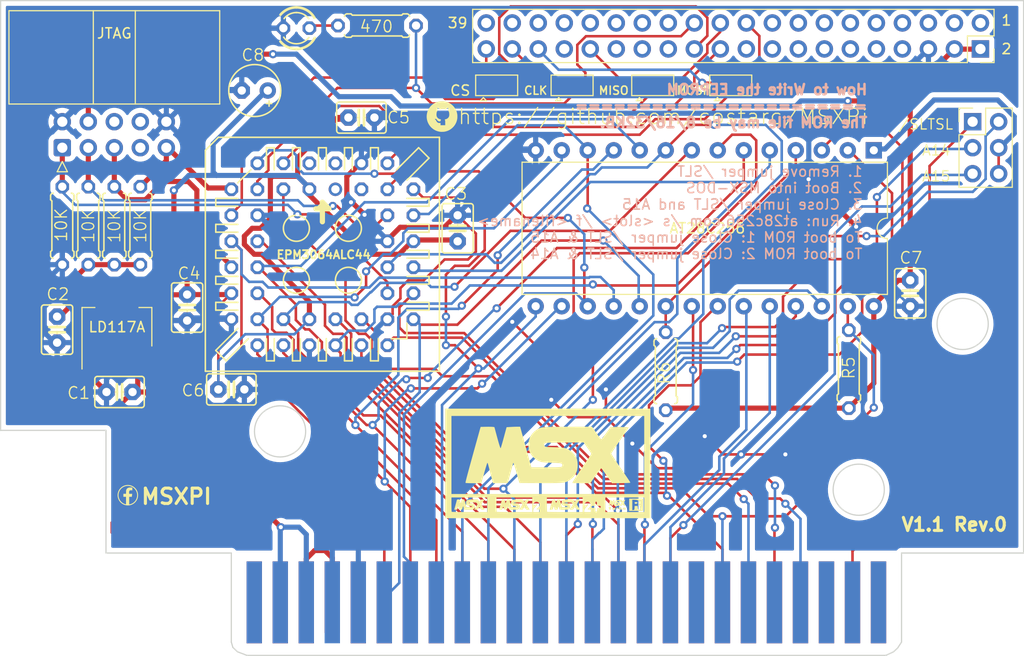
<source format=kicad_pcb>
(kicad_pcb (version 20211014) (generator pcbnew)
  (title_block (title "MSXPi") (date "2023-04-15") (rev "1.1 Rev 0") (company "RCC"))
  (layers (0 "F.Cu" signal) (31 "B.Cu" signal) (34 "B.Paste" user) (35 "F.Paste" user) (36 "B.SilkS" user "B.Silkscreen") (37 "F.SilkS" user "F.Silkscreen") (38 "B.Mask" user) (39 "F.Mask" user) (44 "Edge.Cuts" user))
  (net 0 "")
  (net 1 "GNDREF")
  (net 2 "TMS")
  (net 3 "TDO")
  (net 4 "TDI")
  (net 5 "TCK")
  (net 6 "+3.3V")
  (net 7 "SPI_MOSI")
  (net 8 "{slash}WAIT")
  (net 9 "SPI_RDY")
  (net 10 "SPI_CS")
  (net 11 "SPI_CLK")
  (net 12 "{slash}RD")
  (net 13 "{slash}WR")
  (net 14 "{slash}IORQ")
  (net 15 "SPI_MISO")
  (net 16 "D7")
  (net 17 "D6")
  (net 18 "D5")
  (net 19 "D4")
  (net 20 "D3")
  (net 21 "D2")
  (net 22 "D1")
  (net 23 "D0")
  (net 24 "BUSDIR")
  (net 25 "A9")
  (net 26 "A8")
  (net 27 "A7")
  (net 28 "A6")
  (net 29 "A5")
  (net 30 "A4")
  (net 31 "A3")
  (net 32 "A2")
  (net 33 "A15")
  (net 34 "A14")
  (net 35 "A13")
  (net 36 "A12")
  (net 37 "A11")
  (net 38 "A10")
  (net 39 "A1")
  (net 40 "A0")
  (net 41 "+5V")
  (net 42 "{slash}SLTSL")
  (net 45 "Net-(J1-Pad44)")
  (net 46 "Net-(LED1-PadA)")
  (net 47 "{slash}MEM_CE")
  (net 48 "MEM_A14")
  (net 54 "{slash}CS1")
  (net 55 "{slash}CS2")
  (net 56 "{slash}CS12")
  (net 58 "{slash}RFSH")
  (net 59 "{slash}INT")
  (net 60 "{slash}M1")
  (net 61 "{slash}MREQ")
  (net 62 "{slash}RESET")
  (net 64 "CLOCK")
  (net 70 "oSPI_MISO")
  (net 71 "oSPI_MOSI")
  (net 72 "oSPI_CLK")
  (net 73 "oSPI_CS")
  (net 74 "nSPI_MOSI")
  (net 75 "nSPI_MISO")
  (net 76 "nSPI_CLK")
  (net 77 "nSPI_CS")
  (footprint "msxpi:0207_7" (layer "F.Cu") (at 181.7116 108.7628 -90)
    (fp_text reference "R5")
    (fp_text value "10k" hide)
  )
  (footprint "Jumper:SolderJumper-3_P1.3mm_Open_Pad1.0x1.5mm" (layer "F.Cu") (at 170.18 81.026)
    (fp_text reference "JP5" hide)
    (fp_text value "Jumper_3_Open" hide)
  )
  (footprint "Jumper:SolderJumper-3_P1.3mm_Open_Pad1.0x1.5mm" (layer "F.Cu") (at 154.686 81.026)
    (fp_text reference "JP4" hide)
    (fp_text value "Jumper_3_Open" hide)
  )
  (footprint "msxpi:C2.5-3" (layer "F.Cu") (at 110.49 110.998 180)
    (fp_text reference "C1")
    (fp_text value "0.1uf" hide)
  )
  (footprint "msxpi:0207_7" (layer "F.Cu") (at 109.982 94.742 90)
    (fp_text reference "R3" hide)
    (fp_text value "10K")
  )
  (footprint "LOGO" (layer "F.Cu") (at 111.3028 121.0818)
    (fp_text reference "G***" hide)
    (fp_text value "LOGO" hide)
  )
  (footprint "Package_DIP:DIP-28_W15.24mm" (layer "F.Cu") (at 184.15 87.376 -90)
    (fp_text reference "U3" hide)
    (fp_text value "AT28C256")
  )
  (footprint "Jumper:SolderJumper-3_P1.3mm_Open_Pad1.0x1.5mm" (layer "F.Cu") (at 162.56 81.026)
    (fp_text reference "JP6" hide)
    (fp_text value "Jumper_3_Open" hide)
  )
  (footprint "msxpi:PLCC-S44" (layer "F.Cu") (at 130.302 97.536)
    (fp_text reference "U2" hide)
    (fp_text value "EPM3064ALC44")
  )
  (footprint "Roni Footprints:MSX_CART_SW_Official_3Holes" (layer "F.Cu") (at 147.828 101.346)
    (fp_text reference "J1" hide)
    (fp_text value "MSXCART1" hide)
    (fp_line (start -38.66 25.388435) (end -26.42 25.388435) (layer "Edge.Cuts") (width 0.12))
    (fp_line (start -48.95 13.4) (end -48.95 -28.6) (layer "Edge.Cuts") (width 0.12))
    (fp_line (start -25.815346 35.041883) (end -24.892279 35.390806) (layer "Edge.Cuts") (width 0.12))
    (fp_line (start 39.03 25.388435) (end 50.95 25.388435) (layer "Edge.Cuts") (width 0.12))
    (fp_line (start 37.500957 35.390806) (end 38.24498 35.044512) (layer "Edge.Cuts") (width 0.12))
    (fp_line (start -24.892279 35.390806) (end 37.500957 35.390806) (layer "Edge.Cuts") (width 0.12))
    (fp_line (start 50.95 -28.6) (end -48.95 -28.6) (layer "Edge.Cuts") (width 0.12))
    (fp_line (start 39.03 25.388435) (end 39.03 34.091713) (layer "Edge.Cuts") (width 0.12))
    (fp_line (start 50.95 -28.6) (end 50.95 25.388435) (layer "Edge.Cuts") (width 0.12))
    (fp_line (start -38.66 13.4) (end -38.66 25.388435) (layer "Edge.Cuts") (width 0.12))
    (fp_line (start -26.42 34.091713) (end -26.268836 34.609987) (layer "Edge.Cuts") (width 0.12))
    (fp_line (start -26.268836 34.609987) (end -25.815346 35.041883) (layer "Edge.Cuts") (width 0.12))
    (fp_line (start -48.95 13.4) (end -38.66 13.4) (layer "Edge.Cuts") (width 0.12))
    (fp_line (start -26.42 34.091713) (end -26.42 25.388435) (layer "Edge.Cuts") (width 0.12))
    (fp_line (start 38.647705 34.674006) (end 39.03 34.091713) (layer "Edge.Cuts") (width 0.12))
    (fp_line (start 38.24498 35.044512) (end 38.647705 34.674006) (layer "Edge.Cuts") (width 0.12))
    (fp_circle (center 34.85 19.2) (end 37.35 19.2) (layer "Edge.Cuts") (width 0.12) (fill none))
    (fp_circle (center -21.66 13.5) (end -19.16 13.5) (layer "Edge.Cuts") (width 0.12) (fill none))
    (fp_circle (center 45 3) (end 47.5 3) (layer "Edge.Cuts") (width 0.12) (fill none))
  )
  (footprint "msxpi:0207_7" (layer "F.Cu") (at 163.83 108.966 -90)
    (fp_text reference "R6")
    (fp_text value "10k" hide)
  )
  (footprint "msxpi:0207_7" (layer "F.Cu") (at 104.902 94.742 90)
    (fp_text reference "R1" hide)
    (fp_text value "10K")
  )
  (footprint "msxpi:C2.5-3" (layer "F.Cu") (at 187.706 101.346 90)
    (fp_text reference "C7")
    (fp_text value "0.1uf" hide)
  )
  (footprint "Connector_IDC:IDC-Header_2x05_P2.54mm_Horizontal" (layer "F.Cu") (at 104.902 87.122 90)
    (fp_text reference "J2" hide)
    (fp_text value "JTAG")
  )
  (footprint "msxpi:0207_7" (layer "F.Cu") (at 135.636 75.184)
    (fp_text reference "R7" hide)
    (fp_text value "470")
  )
  (footprint "Package_TO_SOT_SMD:SOT-223-3_TabPin2" (layer "F.Cu") (at 110.236 104.648 90)
    (fp_text reference "U1" hide)
    (fp_text value "LD117A")
  )
  (footprint "msxpi:LED3MM" (layer "F.Cu") (at 127.762 75.438 180)
    (fp_text reference "LED1" hide)
    (fp_text value "LED3MM" hide)
  )
  (footprint "msxpi:C2.5-3" (layer "F.Cu") (at 134.112 84.1756 180)
    (fp_text reference "C5")
    (fp_text value "0.1uf" hide)
  )
  (footprint "msxpi:0207_7" (layer "F.Cu") (at 107.442 94.742 90)
    (fp_text reference "R2" hide)
    (fp_text value "10K")
  )
  (footprint "msxpi:C2.5-3" (layer "F.Cu") (at 121.412 110.744 180)
    (fp_text reference "C6")
    (fp_text value "0.1uf" hide)
  )
  (footprint "Jumper:SolderJumper-3_P1.3mm_Open_Pad1.0x1.5mm" (layer "F.Cu") (at 147.32 81.026)
    (fp_text reference "JP3" hide)
    (fp_text value "Jumper_3_Open" hide)
  )
  (footprint "msxpi:C2.5-3" (layer "F.Cu") (at 104.394 104.902 -90)
    (fp_text reference "C2")
    (fp_text value "0.1uf" hide)
  )
  (footprint "LOGO" (layer "F.Cu") (at 152.2984 117.9576)
    (fp_text reference "G***" hide)
    (fp_text value "LOGO" hide)
  )
  (footprint "msxpi:C2.5-3" (layer "F.Cu") (at 117.094 102.743 90)
    (fp_text reference "C4")
    (fp_text value "0.1uf" hide)
  )
  (footprint "Connector_PinHeader_2.54mm:PinHeader_2x03_P2.54mm_Vertical" (layer "F.Cu") (at 193.802 84.582)
    (fp_text reference "J3" hide)
    (fp_text value "ROM_SWITCH" hide)
  )
  (footprint "Roni Footprints:PinSocket_2x20_P2.54mm_Vertical" (layer "F.Cu") (at 194.564 77.47 -90)
    (fp_text reference "J4" hide)
    (fp_text value "Raspberry Pi GPIO" hide)
  )
  (footprint "msxpi:0207_7" (layer "F.Cu") (at 112.522 94.742 90)
    (fp_text reference "R4" hide)
    (fp_text value "10K")
  )
  (footprint "msxpi:C2.5-3" (layer "F.Cu") (at 143.51 94.996 -90)
    (fp_text reference "C3")
    (fp_text value "0.1uf" hide)
  )
  (footprint "msxpi:E2,5-5" (layer "F.Cu") (at 123.698 81.534 180)
    (fp_text reference "C8")
    (fp_text value "0.1uf" hide)
  )
  (footprint "LOGO" (layer "F.Cu") (at 141.986 84.074)
    (fp_text reference "G***" hide)
    (fp_text value "LOGO" hide)
  )
  (gr_text "1. Remove jumper /SLT\n2. Boot into MSX-DOS\n3. Close jumper /SLT and A15\n4. Run: at28c256.com /s <slot> /f <filename>\nTo boot ROM 1: Close jumper /SLT & A15\nTo boot ROM 2: Close jumper /SLT & A14" (at 183.134 93.472) (layer "B.SilkS") (effects (font (size 1 1)) (justify left mirror)))
  (gr_text "How to Write the EEPROM\n=======================\nThe ROM file may be 8/16/32KB." (at 183.642 83.058) (layer "B.SilkS") (effects (font (size 1 1) (thickness 0.25)) (justify left mirror)))
  (gr_text "39" (at 143.51 74.93) (layer "F.SilkS") (effects (font (size 1 1))))
  (gr_text "CLK" (at 151.13 81.534) (layer "F.SilkS") (effects (font (size 0.8 0.8))))
  (gr_text "https://github.com/costarc/MSXPi" (at 163.576 84.074) (layer "F.SilkS") (effects (font (size 1.5 1.5) (thickness 0.125))))
  (gr_text "CS" (at 143.764 81.534) (layer "F.SilkS") (effects (font (size 1 1))))
  (gr_text "/SLTSL" (at 189.23 84.836) (layer "F.SilkS") (effects (font (size 1 1) (thickness 0.125))))
  (gr_text "MSXPI" (at 116.0526 121.2088) (layer "F.SilkS") (effects (font (size 1.5 1.5) (thickness 0.3))))
  (gr_text "V1.1 Rev.0" (at 192.024 123.952) (layer "F.SilkS") (effects (font (size 1.27 1.27) (thickness 0.3))))
  (gr_text "2" (at 197.104 77.47) (layer "F.SilkS") (effects (font (size 1 1))))
  (gr_text "A15" (at 190.246 89.916) (layer "F.SilkS") (effects (font (size 1 1) (thickness 0.125))))
  (gr_text "A14" (at 190.246 87.376) (layer "F.SilkS") (effects (font (size 1 1) (thickness 0.125))))
  (gr_text "MISO" (at 158.75 81.534) (layer "F.SilkS") (effects (font (size 0.8 0.8))))
  (gr_text "MOSI" (at 166.37 81.534) (layer "F.SilkS") (effects (font (size 0.8 0.8))))
  (gr_text "1" (at 197.104 74.676) (layer "F.SilkS") (effects (font (size 1 1))))
  (segment (start 136.652 96.139) (end 137.8966 94.8944) (width 0.5) (layer "F.Cu") (net 1))
  (segment (start 167.64 115.316) (end 164.508683 118.447317) (width 0.25) (layer "F.Cu") (net 1))
  (segment (start 137.922 101.854) (end 137.922 100.838) (width 0.25) (layer "F.Cu") (net 1))
  (segment (start 140.208 100.076) (end 142.24 98.044) (width 0.25) (layer "F.Cu") (net 1))
  (segment (start 144.526 98.044) (end 145.288 97.282) (width 0.25) (layer "F.Cu") (net 1))
  (segment (start 162.978748 118.447317) (end 160.568716 116.037284) (width 0.25) (layer "F.Cu") (net 1))
  (segment (start 142.24 98.044) (end 144.526 98.044) (width 0.25) (layer "F.Cu") (net 1))
  (segment (start 154.350569 113.456569) (end 152.654 111.76) (width 0.25) (layer "F.Cu") (net 1))
  (segment (start 152.654 111.76) (end 152.654 107.95) (width 0.25) (layer "F.Cu") (net 1))
  (segment (start 160.568716 116.037284) (end 157.988 113.456569) (width 0.25) (layer "F.Cu") (net 1))
  (segment (start 145.288 97.282) (end 145.288 95.504) (width 0.25) (layer "F.Cu") (net 1))
  (segment (start 157.988 113.456569) (end 154.350569 113.456569) (width 0.25) (layer "F.Cu") (net 1))
  (segment (start 145.288 95.504) (end 143.51 93.726) (width 0.25) (layer "F.Cu") (net 1))
  (segment (start 132.6856 89.9454) (end 132.6856 91.944) (width 0.5) (layer "F.Cu") (net 1))
  (segment (start 107.936 109.714) (end 107.936 107.798) (width 0.5) (layer "F.Cu") (net 1))
  (segment (start 152.654 107.95) (end 148.844 104.14) (width 0.25) (layer "F.Cu") (net 1))
  (segment (start 132.6856 91.944) (end 134.4168 93.6752) (width 0.5) (layer "F.Cu") (net 1))
  (segment (start 171.196 117.094) (end 169.418 117.094) (width 0.25) (layer "F.Cu") (net 1))
  (segment (start 177.7832 90.204) (end 182.4228 94.8436) (width 0.5) (layer "F.Cu") (net 1))
  (segment (start 136.652 103.886) (end 137.16 103.378) (width 0.25) (layer "F.Cu") (net 1))
  (segment (start 137.16 103.378) (end 137.16 102.616) (width 0.25) (layer "F.Cu") (net 1))
  (segment (start 137.16 102.616) (end 137.922 101.854) (width 0.25) (layer "F.Cu") (net 1))
  (segment (start 137.922 100.838) (end 138.684 100.076) (width 0.25) (layer "F.Cu") (net 1))
  (segment (start 175.514 117.094) (end 171.196 117.094) (width 0.25) (layer "F.Cu") (net 1))
  (segment (start 109.22 110.998) (end 107.936 109.714) (width 0.5) (layer "F.Cu") (net 1))
  (segment (start 169.418 117.094) (end 167.64 115.316) (width 0.25) (layer "F.Cu") (net 1))
  (segment (start 138.684 100.076) (end 140.208 100.076) (width 0.25) (layer "F.Cu") (net 1))
  (segment (start 142.2146 94.8944) (end 143.51 93.599) (width 0.5) (layer "F.Cu") (net 1))
  (segment (start 164.508683 118.447317) (end 162.978748 118.447317) (width 0.25) (layer "F.Cu") (net 1))
  (segment (start 137.8966 94.8944) (end 142.2146 94.8944) (width 0.5) (layer "F.Cu") (net 1))
  (segment (start 157.988 113.456569) (end 157.988 110.744) (width 0.25) (layer "F.Cu") (net 1))
  (segment (start 132.6856 89.9454) (end 134.112 88.519) (width 0.5) (layer "F.Cu") (net 1))
  (via (at 160.568716 116.037284) (size 0.8) (drill 0.4) (layers "F.Cu" "B.Cu") (net 1))
  (via (at 148.844 104.14) (size 0.8) (drill 0.4) (layers "F.Cu" "B.Cu") (net 1))
  (via (at 171.196 117.094) (size 0.8) (drill 0.4) (layers "F.Cu" "B.Cu") (net 1))
  (via (at 175.514 117.094) (size 0.8) (drill 0.4) (layers "F.Cu" "B.Cu") (net 1))
  (via (at 167.64 115.316) (size 0.8) (drill 0.4) (layers "F.Cu" "B.Cu") (net 1))
  (via (at 134.4168 93.6752) (size 0.8) (drill 0.4) (layers "F.Cu" "B.Cu") (net 1))
  (via (at 177.7832 90.204) (size 0.8) (drill 0.4) (layers "F.Cu" "B.Cu") (net 1))
  (via (at 182.4228 94.8436) (size 0.8) (drill 0.4) (layers "F.Cu" "B.Cu") (net 1))
  (via (at 133.096 92.456) (size 0.8) (drill 0.4) (layers "F.Cu" "B.Cu") (net 1))
  (via (at 157.988 110.744) (size 0.8) (drill 0.4) (layers "F.Cu" "B.Cu") (net 1))
  (via (at 152.654 111.76) (size 0.8) (drill 0.4) (layers "F.Cu" "B.Cu") (net 1))
  (segment (start 117.348 103.759) (end 117.094 104.013) (width 0.5) (layer "B.Cu") (net 1))
  (segment (start 133.810025 131.114405) (end 133.810025 124.666025) (width 0.5) (layer "B.Cu") (net 1))
  (segment (start 133.810025 124.666025) (end 133.35 124.206) (width 0.5) (layer "B.Cu") (net 1))
  (segment (start 123.952 93.599) (end 124.841 94.488) (width 0.5) (layer "B.Cu") (net 1))
  (segment (start 135.5384 104.8726) (end 136.652 103.759) (width 0.5) (layer "B.Cu") (net 1))
  (segment (start 135.382 87.249) (end 134.112 88.519) (width 0.5) (layer "B.Cu") (net 1))
  (segment (start 124.0155 75.438) (end 126.492 75.438) (width 0.5) (layer "B.Cu") (net 1))
  (segment (start 104.394 107.696) (end 107.696 110.998) (width 0.5) (layer "B.Cu") (net 1))
  (segment (start 117.094 104.013) (end 117.094 110.617) (width 0.5) (layer "B.Cu") (net 1))
  (segment (start 177.7832 90.204) (end 177.7832 89.9328) (width 0.5) (layer "B.Cu") (net 1))
  (segment (start 122.555 110.744) (end 125.984 110.744) (width 0.5) (layer "B.Cu") (net 1))
  (segment (start 120.015 113.157) (end 120.015 112.903) (width 0.5) (layer "B.Cu") (net 1))
  (segment (start 103.124 86.2155) (end 103.124 95.25) (width 0.5) (layer "B.Cu") (net 1))
  (segment (start 135.382 87.249) (end 135.382 84.1756) (width 0.5) (layer "B.Cu") (net 1))
  (segment (start 125.984 110.744) (end 129.032 107.696) (width 0.5) (layer "B.Cu") (net 1))
  (segment (start 134.4168 93.6752) (end 134.4168 93.9038) (width 0.5) (layer "B.Cu") (net 1))
  (segment (start 104.902 97.028) (end 104.902 98.552) (width 0.5) (layer "B.Cu") (net 1))
  (segment (start 118.6815 80.772) (end 118.68785 80.76565) (width 0.5) (layer "B.Cu") (net 1))
  (segment (start 177.7832 89.9328) (end 177.8 89.916) (width 0.5) (layer "B.Cu") (net 1))
  (segment (start 120.015 112.903) (end 120.396 112.903) (width 0.5) (layer "B.Cu") (net 1))
  (segment (start 183.2042 83.7498) (end 177.8702 83.7498) (width 0.5) (layer "B.Cu") (net 1))
  (segment (start 115.062 80.772) (end 108.5675 80.772) (width 0.5) (layer "B.Cu") (net 1))
  (segment (start 177.8 83.82) (end 177.8 89.916) (width 0.5) (layer "B.Cu") (net 1))
  (segment (start 118.68785 80.76565) (end 124.0155 75.438) (width 0.5) (layer "B.Cu") (net 1))
  (segment (start 124.841 94.488) (end 131.064 94.488) (width 0.5) (layer "B.Cu") (net 1))
  (segment (start 103.124 95.25) (end 104.902 97.028) (width 0.5) (layer "B.Cu") (net 1))
  (segment (start 131.270025 124.412025) (end 131.270025 131.114405) (width 0.5) (layer "B.Cu") (net 1))
  (segment (start 120.396 112.903) (end 122.555 110.744) (width 0.5) (layer "B.Cu") (net 1))
  (segment (start 135.5384 106.76027) (end 135.5384 104.8726) (width 0.5) (layer "B.Cu") (net 1))
  (segment (start 131.064 94.488) (end 133.096 92.456) (width 0.5) (layer "B.Cu") (net 1))
  (segment (start 177.8702 83.7498) (end 135.8078 83.7498) (width 0.5) (layer "B.Cu") (net 1))
  (segment (start 133.35 124.206) (end 131.064 124.206) (width 0.5) (layer "B.Cu") (net 1))
  (segment (start 187.706 102.616) (end 182.4228 97.3328) (width 0.25) (layer "B.Cu") (net 1))
  (segment (start 151.13 87.249) (end 149.86 87.249) (width 0.5) (layer "B.Cu") (net 1))
  (segment (start 134.4168 93.9038) (end 136.652 96.139) (width 0.5) (layer "B.Cu") (net 1))
  (segment (start 115.062 80.772) (end 115.062 84.4375) (width 0.5) (layer "B.Cu") (net 1))
  (segment (start 115.062 80.772) (end 118.6815 80.772) (width 0.5) (layer "B.Cu") (net 1))
  (segment (start 114.935 104.013) (end 117.094 104.013) (width 0.5) (layer "B.Cu") (net 1))
  (segment (start 129.032 106.426) (end 129.032 107.696) (width 0.25) (layer "B.Cu") (net 1))
  (segment (start 189.454 77.49) (end 183.388 83.556) (width 0.5) (layer "B.Cu") (net 1))
  (segment (start 104.902 98.552) (end 103.1407 100.3133) (width 0.5) (layer "B.Cu") (net 1))
  (segment (start 177.8702 83.7498) (end 177.8 83.82) (width 0.5) (layer "B.Cu") (net 1))
  (segment (start 149.86 87.249) (end 143.51 93.599) (width 0.5) (layer "B.Cu") (net 1))
  (segment (start 131.270025 124.253975) (end 131.270025 124.412025) (width 0.5) (layer "B.Cu") (net 1))
  (segment (start 104.394 106.426) (end 104.394 107.696) (width 0.5) (layer "B.Cu") (net 1))
  (segment (start 103.1407 105.1727) (end 104.394 106.426) (width 0.5) (layer "B.Cu") (net 1))
  (segment (start 131.064 124.206) (end 120.015 113.157) (width 0.5) (layer "B.Cu") (net 1))
  (segment (start 103.1407 100.3133) (end 103.1407 105.1727) (width 0.5) (layer "B.Cu") (net 1))
  (segment (start 183.388 83.556) (end 183.388 83.566) (width 0.5) (layer "B.Cu") (net 1))
  (segment (start 119.3546 81.4324) (end 122.4026 81.4324) (width 0.5) (layer "B.Cu") (net 1))
  (segment (start 118.68785 80.76565) (end 119.3546 81.4324) (width 0.5) (layer "B.Cu") (net 1))
  (segment (start 109.22 109.728) (end 114.935 104.013) (width 0.5) (layer "B.Cu") (net 1))
  (segment (start 107.696 110.998) (end 109.22 110.998) (width 0.5) (layer "B.Cu") (net 1))
  (segment (start 131.064 124.206) (end 131.270025 124.412025) (width 0.5) (layer "B.Cu") (net 1))
  (segment (start 182.4228 97.3328) (end 182.4228 94.8436) (width 0.25) (layer "B.Cu") (net 1))
  (segment (start 121.412 103.759) (end 117.348 103.759) (width 0.5) (layer "B.Cu") (net 1))
  (segment (start 183.388 83.566) (end 183.2042 83.7498) (width 0.5) (layer "B.Cu") (net 1))
  (segment (start 128.9304 107.7976) (end 134.50107 107.7976) (width 0.5) (layer "B.Cu") (net 1))
  (segment (start 119.38 112.903) (end 120.015 112.903) (width 0.5) (layer "B.Cu") (net 1))
  (segment (start 108.5675 80.772) (end 103.124 86.2155) (width 0.5) (layer "B.Cu") (net 1))
  (segment (start 135.8078 83.7498) (end 135.382 84.1756) (width 0.5) (layer "B.Cu") (net 1))
  (segment (start 109.22 110.998) (end 109.22 109.728) (width 0.5) (layer "B.Cu") (net 1))
  (segment (start 134.50107 107.7976) (end 135.5384 106.76027) (width 0.5) (layer "B.Cu") (net 1))
  (segment (start 117.094 110.617) (end 119.38 112.903) (width 0.5) (layer "B.Cu") (net 1))
  (segment (start 121.412 98.679) (end 118.0418 95.3088) (width 0.5) (layer "F.Cu") (net 2))
  (segment (start 118.0418 91.2702) (end 117.1956 90.424) (width 0.5) (layer "F.Cu") (net 2))
  (segment (start 111.252 92.202) (end 113.03 92.202) (width 0.5) (layer "F.Cu") (net 2))
  (segment (start 118.0418 95.3088) (end 118.0418 91.2702) (width 0.5) (layer "F.Cu") (net 2))
  (segment (start 109.982 90.932) (end 111.252 92.202) (width 0.5) (layer "F.Cu") (net 2))
  (segment (start 113.03 92.202) (end 114.808 90.424) (width 0.5) (layer "F.Cu") (net 2))
  (segment (start 109.982 86.9775) (end 109.982 90.932) (width 0.5) (layer "F.Cu") (net 2))
  (segment (start 117.1956 90.424) (end 114.808 90.424) (width 0.5) (layer "F.Cu") (net 2))
  (segment (start 131.308204 92.8116) (end 131.7244 92.8116) (width 0.25) (layer "F.Cu") (net 3))
  (segment (start 135.001 95.25) (end 136.652 93.599) (width 0.25) (layer "F.Cu") (net 3))
  (segment (start 134.1628 95.25) (end 135.001 95.25) (width 0.25) (layer "F.Cu") (net 3))
  (segment (start 131.7244 92.8116) (end 134.1628 95.25) (width 0.25) (layer "F.Cu") (net 3))
  (segment (start 107.442 86.9775) (end 107.442 90.932) (width 0.5) (layer "F.Cu") (net 3))
  (via (at 131.308204 92.8116) (size 0.8) (drill 0.4) (layers "F.Cu" "B.Cu") (net 3))
  (segment (start 128.4732 92.8116) (end 127.9184 92.2568) (width 0.25) (layer "B.Cu") (net 3))
  (segment (start 127.9184 92.2568) (end 108.7668 92.2568) (width 0.25) (layer "B.Cu") (net 3))
  (segment (start 131.308204 92.8116) (end 128.4732 92.8116) (width 0.25) (layer "B.Cu") (net 3))
  (segment (start 108.7668 92.2568) (end 107.442 90.932) (width 0.25) (layer "B.Cu") (net 3))
  (segment (start 115.062 86.9775) (end 115.062 88.392) (width 0.5) (layer "F.Cu") (net 4))
  (segment (start 119.1435 91.059) (end 115.062 86.9775) (width 0.5) (layer "F.Cu") (net 4))
  (segment (start 115.062 88.392) (end 112.522 90.932) (width 0.5) (layer "F.Cu") (net 4))
  (segment (start 121.412 91.059) (end 119.1435 91.059) (width 0.5) (layer "F.Cu") (net 4))
  (segment (start 130.021931 93.6353) (end 136.652 100.265369) (width 0.25) (layer "F.Cu") (net 5))
  (segment (start 104.902 86.9775) (end 104.902 90.932) (width 0.5) (layer "F.Cu") (net 5))
  (segment (start 136.652 100.265369) (end 136.652 101.219) (width 0.25) (layer "F.Cu") (net 5))
  (segment (start 127.8636 93.6353) (end 130.021931 93.6353) (width 0.25) (layer "F.Cu") (net 5))
  (via (at 127.8636 93.6353) (size 0.8) (drill 0.4) (layers "F.Cu" "B.Cu") (net 5))
  (segment (start 126.9383 92.71) (end 106.172 92.71) (width 0.25) (layer "B.Cu") (net 5))
  (segment (start 106.172 92.71) (end 104.902 91.44) (width 0.25) (layer "B.Cu") (net 5))
  (segment (start 104.902 91.44) (end 104.902 90.932) (width 0.25) (layer "B.Cu") (net 5))
  (segment (start 127.8636 93.6353) (end 126.9383 92.71) (width 0.25) (layer "B.Cu") (net 5))
  (segment (start 110.236 101.498) (end 110.236 107.798) (width 0.5) (layer "F.Cu") (net 6))
  (segment (start 127.889 89.916) (end 129.032 91.059) (width 0.5) (layer "F.Cu") (net 6))
  (segment (start 132.842 84.328) (end 131.8768 84.328) (width 0.5) (layer "F.Cu") (net 6))
  (segment (start 129.032 91.7448) (end 129.032 91.059) (width 0.5) (layer "F.Cu") (net 6))
  (segment (start 125.4252 89.916) (end 127.889 89.916) (width 0.5) (layer "F.Cu") (net 6))
  (segment (start 131.64813 84.328) (end 131.80053 84.1756) (width 0.5) (layer "F.Cu") (net 6))
  (segment (start 131.80053 84.1756) (end 132.842 84.1756) (width 0.5) (layer "F.Cu") (net 6))
  (segment (start 132.842 84.1756) (end 132.0292 84.1756) (width 0.5) (layer "F.Cu") (net 6))
  (segment (start 121.158 101.473) (end 121.412 101.219) (width 0.5) (layer "F.Cu") (net 6))
  (segment (start 123.64713 97.536) (end 122.682 96.57087) (width 0.5) (layer "F.Cu") (net 6))
  (segment (start 129.032 102.1802) (end 124.3878 97.536) (width 0.5) (layer "F.Cu") (net 6))
  (segment (start 137.795 97.536) (end 134.8232 97.536) (width 0.5) (layer "F.Cu") (net 6))
  (segment (start 120.142 110.744) (end 120.142 102.616) (width 0.25) (layer "F.Cu") (net 6))
  (segment (start 110.236 101.498) (end 117.069 101.498) (width 0.5) (layer "F.Cu") (net 6))
  (segment (start 132.0292 84.1756) (end 131.8768 84.328) (width 0.5) (layer "F.Cu") (net 6))
  (segment (start 125.222 94.03087) (end 125.222 90.1192) (width 0.5) (layer "F.Cu") (net 6))
  (segment (start 120.142 102.616) (end 121.412 101.346) (width 0.25) (layer "F.Cu") (net 6))
  (segment (start 129.032 103.759) (end 129.032 102.1802) (width 0.5) (layer "F.Cu") (net 6))
  (segment (start 125.222 90.1192) (end 125.4252 89.916) (width 0.5) (layer "F.Cu") (net 6))
  (segment (start 124.25687 94.996) (end 125.222 94.03087) (width 0.5) (layer "F.Cu") (net 6))
  (segment (start 104.394 103.886) (end 106.782 101.498) (width 0.5) (layer "F.Cu") (net 6))
  (segment (start 139.192 96.139) (end 137.795 97.536) (width 0.5) (layer "F.Cu") (net 6))
  (segment (start 117.069 101.498) (end 117.094 101.473) (width 0.5) (layer "F.Cu") (net 6))
  (segment (start 124.3878 97.536) (end 123.64713 97.536) (width 0.5) (layer "F.Cu") (net 6))
  (segment (start 131.8768 84.328) (end 131.64813 84.328) (width 0.5) (layer "F.Cu") (net 6))
  (segment (start 106.782 101.498) (end 110.236 101.498) (width 0.5) (layer "F.Cu") (net 6))
  (segment (start 115.7986 97.5106) (end 117.094 98.806) (width 0.5) (layer "F.Cu") (net 6))
  (segment (start 122.682 95.758) (end 123.444 94.996) (width 0.5) (layer "F.Cu") (net 6))
  (segment (start 131.64813 84.328) (end 127.889 88.08713) (width 0.5) (layer "F.Cu") (net 6))
  (segment (start 134.8232 97.536) (end 129.032 91.7448) (width 0.5) (layer "F.Cu") (net 6))
  (segment (start 115.7986 91.2876) (end 115.7986 97.5106) (width 0.5) (layer "F.Cu") (net 6))
  (segment (start 123.444 94.996) (end 124.25687 94.996) (width 0.5) (layer "F.Cu") (net 6))
  (segment (start 143.51 96.139) (end 139.192 96.139) (width 0.5) (layer "F.Cu") (net 6))
  (segment (start 122.682 96.57087) (end 122.682 95.758) (width 0.5) (layer "F.Cu") (net 6))
  (segment (start 127.889 88.08713) (end 127.889 89.916) (width 0.5) (layer "F.Cu") (net 6))
  (segment (start 117.094 101.473) (end 121.158 101.473) (width 0.5) (layer "F.Cu") (net 6))
  (segment (start 117.094 98.806) (end 117.094 101.473) (width 0.5) (layer "F.Cu") (net 6))
  (via (at 115.7986 91.2876) (size 0.8) (drill 0.4) (layers "F.Cu" "B.Cu") (net 6))
  (segment (start 115.7986 91.2876) (end 117.257072 89.829128) (width 0.5) (layer "B.Cu") (net 6))
  (segment (start 119.634 89.5096) (end 119.953528 89.829128) (width 0.5) (layer "B.Cu") (net 6))
  (segment (start 120.142 107.969297) (end 120.142 110.744) (width 0.25) (layer "B.Cu") (net 6))
  (segment (start 127.802128 89.829128) (end 119.953528 89.829128) (width 0.5) (layer "B.Cu") (net 6))
  (segment (start 129.032 91.059) (end 127.802128 89.829128) (width 0.5) (layer "B.Cu") (net 6))
  (segment (start 122.759995 105.351302) (end 120.142 107.969297) (width 0.25) (layer "B.Cu") (net 6))
  (segment (start 119.634 86.741) (end 119.634 89.5096) (width 0.5) (layer "B.Cu") (net 6))
  (segment (start 124.9426 81.4324) (end 119.634 86.741) (width 0.5) (layer "B.Cu") (net 6))
  (segment (start 127.566698 105.351302) (end 122.759995 105.351302) (width 0.25) (layer "B.Cu") (net 6))
  (segment (start 117.257072 89.829128) (end 119.953528 89.829128) (width 0.5) (layer "B.Cu") (net 6))
  (segment (start 129.032 103.886) (end 127.566698 105.351302) (width 0.25) (layer "B.Cu") (net 6))
  (segment (start 137.408078 89.662) (end 135.382 89.662) (width 0.25) (layer "F.Cu") (net 7))
  (segment (start 161.29 85.852) (end 141.732 85.852) (width 0.25) (layer "F.Cu") (net 7))
  (segment (start 170.18 81.026) (end 170.18 81.788) (width 0.25) (layer "F.Cu") (net 7))
  (segment (start 140.456078 86.614) (end 137.408078 89.662) (width 0.25) (layer "F.Cu") (net 7))
  (segment (start 170.18 81.788) (end 167.64 84.328) (width 0.25) (layer "F.Cu") (net 7))
  (segment (start 167.64 84.328) (end 162.814 84.328) (width 0.25) (layer "F.Cu") (net 7))
  (segment (start 162.814 84.328) (end 161.29 85.852) (width 0.25) (layer "F.Cu") (net 7))
  (segment (start 140.97 86.614) (end 140.456078 86.614) (width 0.25) (layer "F.Cu") (net 7))
  (segment (start 141.732 85.852) (end 140.97 86.614) (width 0.25) (layer "F.Cu") (net 7))
  (via (at 135.382 89.662) (size 0.8) (drill 0.4) (layers "F.Cu" "B.Cu") (net 7))
  (segment (start 135.382 89.662) (end 128.452698 89.662) (width 0.25) (layer "B.Cu") (net 7))
  (segment (start 127.762 88.971302) (end 127.762 87.884) (width 0.25) (layer "B.Cu") (net 7))
  (segment (start 127.254 87.376) (end 125.095 87.376) (width 0.25) (layer "B.Cu") (net 7))
  (segment (start 127.762 87.884) (end 127.254 87.376) (width 0.25) (layer "B.Cu") (net 7))
  (segment (start 128.452698 89.662) (end 127.762 88.971302) (width 0.25) (layer "B.Cu") (net 7))
  (segment (start 125.095 87.376) (end 123.952 88.519) (width 0.25) (layer "B.Cu") (net 7))
  (segment (start 170.8056 119.4976) (end 157.75 119.4976) (width 0.25) (layer "F.Cu") (net 8))
  (segment (start 172.72 121.412) (end 170.8056 119.4976) (width 0.25) (layer "F.Cu") (net 8))
  (segment (start 175.006 121.412) (end 172.72 121.412) (width 0.25) (layer "F.Cu") (net 8))
  (segment (start 157.75 119.4976) (end 143.9378 105.6854) (width 0.25) (layer "F.Cu") (net 8))
  (segment (start 175.514 121.92) (end 175.006 121.412) (width 0.25) (layer "F.Cu") (net 8))
  (segment (start 137.2656 105.6854) (end 136.652 106.299) (width 0.25) (layer "F.Cu") (net 8))
  (segment (start 143.9378 105.6854) (end 137.2656 105.6854) (width 0.25) (layer "F.Cu") (net 8))
  (via (at 175.514 121.92) (size 0.8) (drill 0.4) (layers "F.Cu" "B.Cu") (net 8))
  (segment (start 175.514 121.92) (end 176.990025 123.396025) (width 0.25) (layer "B.Cu") (net 8))
  (segment (start 176.990025 123.396025) (end 176.990025 131.114405) (width 0.25) (layer "B.Cu") (net 8))
  (segment (start 161.29 85.09) (end 140.081 85.09) (width 0.25) (layer "F.Cu") (net 9))
  (segment (start 166.624 80) (end 166.624 81.026) (width 0.25) (layer "F.Cu") (net 9))
  (segment (start 140.081 85.09) (end 136.652 88.519) (width 0.25) (layer "F.Cu") (net 9))
  (segment (start 166.624 81.026) (end 163.7752 83.8748) (width 0.25) (layer "F.Cu") (net 9))
  (segment (start 163.7752 83.8748) (end 162.5052 83.8748) (width 0.25) (layer "F.Cu") (net 9))
  (segment (start 169.134 77.49) (end 166.624 80) (width 0.25) (layer "F.Cu") (net 9))
  (segment (start 162.5052 83.8748) (end 161.29 85.09) (width 0.25) (layer "F.Cu") (net 9))
  (segment (start 121.412 93.599) (end 122.428 92.583) (width 0.25) (layer "F.Cu") (net 10))
  (segment (start 122.428 92.583) (end 122.428 87.320302) (width 0.25) (layer "F.Cu") (net 10))
  (segment (start 129.484302 80.264) (end 140.208 80.264) (width 0.25) (layer "F.Cu") (net 10))
  (segment (start 142.2948 82.3508) (end 146.9952 82.3508) (width 0.25) (layer "F.Cu") (net 10))
  (segment (start 147.32 82.026) (end 147.32 81.026) (width 0.25) (layer "F.Cu") (net 10))
  (segment (start 146.9952 82.3508) (end 147.32 82.026) (width 0.25) (layer "F.Cu") (net 10))
  (segment (start 140.208 80.264) (end 142.2948 82.3508) (width 0.25) (layer "F.Cu") (net 10))
  (segment (start 122.428 87.320302) (end 129.484302 80.264) (width 0.25) (layer "F.Cu") (net 10))
  (segment (start 154.686 82.042) (end 154.686 81.026) (width 0.25) (layer "F.Cu") (net 11))
  (segment (start 131.7712 81.28) (end 139.446 81.28) (width 0.25) (layer "F.Cu") (net 11))
  (segment (start 123.952 91.059) (end 123.952 90.3986) (width 0.25) (layer "F.Cu") (net 11))
  (segment (start 139.446 81.28) (end 140.97 82.804) (width 0.25) (layer "F.Cu") (net 11))
  (segment (start 125.028449 88.022751) (end 131.7712 81.28) (width 0.25) (layer "F.Cu") (net 11))
  (segment (start 123.952 90.3986) (end 125.028449 89.322151) (width 0.25) (layer "F.Cu") (net 11))
  (segment (start 140.97 82.804) (end 153.924 82.804) (width 0.25) (layer "F.Cu") (net 11))
  (segment (start 153.924 82.804) (end 154.686 82.042) (width 0.25) (layer "F.Cu") (net 11))
  (segment (start 125.028449 89.322151) (end 125.028449 88.022751) (width 0.25) (layer "F.Cu") (net 11))
  (via (at 139.446 81.28) (size 0.8) (drill 0.4) (layers "F.Cu" "B.Cu") (net 11))
  (segment (start 139.446 75.184) (end 139.446 81.28) (width 0.25) (layer "B.Cu") (net 11))
  (segment (start 134.112 107.5436) (end 134.112 106.299) (width 0.25) (layer "F.Cu") (net 12))
  (segment (start 157.014956 120.8572) (end 152.993756 116.836) (width 0.25) (layer "F.Cu") (net 12))
  (segment (start 162.202366 112.775814) (end 162.202366 116.318514) (width 0.25) (layer "F.Cu") (net 12))
  (segment (start 162.202366 112.281484) (end 162.202366 112.775814) (width 0.25) (layer "F.Cu") (net 12))
  (segment (start 167.228432 104.170568) (end 167.228432 109.438711) (width 0.25) (layer "F.Cu") (net 12))
  (segment (start 169.370025 126.364405) (end 169.370025 131.114405) (width 0.25) (layer "F.Cu") (net 12))
  (segment (start 164.138493 110.345357) (end 162.202366 112.281484) (width 0.25) (layer "F.Cu") (net 12))
  (segment (start 164.13732 121.1317) (end 169.370025 126.364405) (width 0.25) (layer "F.Cu") (net 12))
  (segment (start 167.228432 109.438711) (end 166.651339 110.015804) (width 0.25) (layer "F.Cu") (net 12))
  (segment (start 168.91 102.489) (end 167.228432 104.170568) (width 0.25) (layer "F.Cu") (net 12))
  (segment (start 166.321786 110.345357) (end 164.138493 110.345357) (width 0.25) (layer "F.Cu") (net 12))
  (segment (start 166.651339 110.015804) (end 166.321786 110.345357) (width 0.25) (layer "F.Cu") (net 12))
  (segment (start 143.4044 116.836) (end 134.112 107.5436) (width 0.25) (layer "F.Cu") (net 12))
  (segment (start 163.956333 121.1317) (end 163.681833 120.8572) (width 0.25) (layer "F.Cu") (net 12))
  (segment (start 163.956333 121.1317) (end 164.13732 121.1317) (width 0.25) (layer "F.Cu") (net 12))
  (segment (start 152.993756 116.836) (end 143.4044 116.836) (width 0.25) (layer "F.Cu") (net 12))
  (segment (start 162.202366 116.318514) (end 163.602969 117.719117) (width 0.25) (layer "F.Cu") (net 12))
  (segment (start 163.681833 120.8572) (end 157.014956 120.8572) (width 0.25) (layer "F.Cu") (net 12))
  (via (at 163.956333 121.1317) (size 0.8) (drill 0.4) (layers "F.Cu" "B.Cu") (net 12))
  (via (at 163.602969 117.719117) (size 0.8) (drill 0.4) (layers "F.Cu" "B.Cu") (net 12))
  (segment (start 163.850134 121.025501) (end 163.850134 117.966282) (width 0.25) (layer "B.Cu") (net 12))
  (segment (start 163.850134 117.966282) (end 163.602969 117.719117) (width 0.25) (layer "B.Cu") (net 12))
  (segment (start 163.956333 121.1317) (end 163.850134 121.025501) (width 0.25) (layer "B.Cu") (net 12))
  (segment (start 143.6624 116.3828) (end 138.656099 111.376499) (width 0.25) (layer "F.Cu") (net 13))
  (segment (start 133.858 105.3104) (end 132.5606 104.013) (width 0.25) (layer "F.Cu") (net 13))
  (segment (start 138.639313 111.376499) (end 135.1006 107.837786) (width 0.25) (layer "F.Cu") (net 13))
  (segment (start 165.3112 120.404) (end 157.202678 120.404) (width 0.25) (layer "F.Cu") (net 13))
  (segment (start 135.1006 107.837786) (end 135.1006 105.889508) (width 0.25) (layer "F.Cu") (net 13))
  (segment (start 175.5648 123.1392) (end 177.8 120.904) (width 0.25) (layer "F.Cu") (net 13))
  (segment (start 135.1006 105.889508) (end 134.521492 105.3104) (width 0.25) (layer "F.Cu") (net 13))
  (segment (start 168.0464 123.1392) (end 165.3112 120.404) (width 0.25) (layer "F.Cu") (net 13))
  (segment (start 181.61 102.489) (end 181.61 104.8512) (width 0.25) (layer "F.Cu") (net 13))
  (segment (start 177.8 118.872) (end 184.15 112.522) (width 0.25) (layer "F.Cu") (net 13))
  (segment (start 138.656099 111.376499) (end 138.639313 111.376499) (width 0.25) (layer "F.Cu") (net 13))
  (segment (start 132.5606 99.9978) (end 126.492 93.9292) (width 0.25) (layer "F.Cu") (net 13))
  (segment (start 153.181478 116.3828) (end 143.6624 116.3828) (width 0.25) (layer "F.Cu") (net 13))
  (segment (start 169.3672 123.1392) (end 168.0464 123.1392) (width 0.25) (layer "F.Cu") (net 13))
  (segment (start 134.521492 105.3104) (end 133.858 105.3104) (width 0.25) (layer "F.Cu") (net 13))
  (segment (start 181.61 104.8512) (end 181.7116 104.9528) (width 0.25) (layer "F.Cu") (net 13))
  (segment (start 157.202678 120.404) (end 153.181478 116.3828) (width 0.25) (layer "F.Cu") (net 13))
  (segment (start 169.3672 123.1392) (end 175.5648 123.1392) (width 0.25) (layer "F.Cu") (net 13))
  (segment (start 132.5606 104.013) (end 132.5606 99.9978) (width 0.25) (layer "F.Cu") (net 13))
  (segment (start 126.492 93.9292) (end 126.492 91.059) (width 0.25) (layer "F.Cu") (net 13))
  (segment (start 177.8 120.904) (end 177.8 118.872) (width 0.25) (layer "F.Cu") (net 13))
  (via (at 184.15 112.522) (size 0.8) (drill 0.4) (layers "F.Cu" "B.Cu") (net 13))
  (via (at 169.3672 123.1392) (size 0.8) (drill 0.4) (layers "F.Cu" "B.Cu") (net 13))
  (segment (start 184.15 107.3912) (end 184.15 112.522) (width 0.25) (layer "B.Cu") (net 13))
  (segment (start 169.3672 123.1392) (end 169.370025 123.142025) (width 0.25) (layer "B.Cu") (net 13))
  (segment (start 169.370025 123.142025) (end 169.370025 131.114405) (width 0.25) (layer "B.Cu") (net 13))
  (segment (start 181.7116 104.9528) (end 184.15 107.3912) (width 0.25) (layer "B.Cu") (net 13))
  (segment (start 157.3904 119.9508) (end 146.8966 109.457) (width 0.25) (layer "F.Cu") (net 14))
  (segment (start 135.563722 105.210722) (end 134.112 103.759) (width 0.25) (layer "F.Cu") (net 14))
  (segment (start 171.45 121.4628) (end 169.938 119.9508) (width 0.25) (layer "F.Cu") (net 14))
  (segment (start 146.8966 109.457) (end 142.0198 109.457) (width 0.25) (layer "F.Cu") (net 14))
  (segment (start 136.906 108.7374) (end 135.563722 107.395122) (width 0.25) (layer "F.Cu") (net 14))
  (segment (start 142.0198 109.457) (end 141.3002 108.7374) (width 0.25) (layer "F.Cu") (net 14))
  (segment (start 135.563722 107.395122) (end 135.563722 105.210722) (width 0.25) (layer "F.Cu") (net 14))
  (segment (start 169.938 119.9508) (end 157.3904 119.9508) (width 0.25) (layer "F.Cu") (net 14))
  (segment (start 141.3002 108.7374) (end 136.906 108.7374) (width 0.25) (layer "F.Cu") (net 14))
  (via (at 171.45 121.4628) (size 0.8) (drill 0.4) (layers "F.Cu" "B.Cu") (net 14))
  (segment (start 171.910025 121.922825) (end 171.910025 131.114405) (width 0.25) (layer "B.Cu") (net 14))
  (segment (start 171.45 121.4628) (end 171.910025 121.922825) (width 0.25) (layer "B.Cu") (net 14))
  (segment (start 136.622058 83.82) (end 160.3724 83.82) (width 0.25) (layer "F.Cu") (net 15))
  (segment (start 162.56 81.6324) (end 162.56 81.026) (width 0.25) (layer "F.Cu") (net 15))
  (segment (start 135.849358 83.0473) (end 136.622058 83.82) (width 0.25) (layer "F.Cu") (net 15))
  (segment (start 160.3724 83.82) (end 162.56 81.6324) (width 0.25) (layer "F.Cu") (net 15))
  (segment (start 126.492 88.519) (end 131.9637 83.0473) (width 0.25) (layer "F.Cu") (net 15))
  (segment (start 131.9637 83.0473) (end 135.849358 83.0473) (width 0.25) (layer "F.Cu") (net 15))
  (segment (start 139.8524 104.4194) (end 139.192 103.759) (width 0.25) (layer "F.Cu") (net 16))
  (segment (start 157.734 96.1947) (end 151.7093 96.1947) (width 0.25) (layer "F.Cu") (net 16))
  (segment (start 151.7093 96.1947) (end 143.4846 104.4194) (width 0.25) (layer "F.Cu") (net 16))
  (segment (start 143.4846 104.4194) (end 139.8524 104.4194) (width 0.25) (layer "F.Cu") (net 16))
  (via (at 157.734 96.1947) (size 0.8) (drill 0.4) (layers "F.Cu" "B.Cu") (net 16))
  (segment (start 137.811825 113.007253) (end 139.8016 111.017478) (width 0.25) (layer "B.Cu") (net 16))
  (segment (start 136.350025 131.114405) (end 137.811825 129.652605) (width 0.25) (layer "B.Cu") (net 16))
  (segment (start 161.1884 99.6491) (end 161.1884 102.3874) (width 0.25) (layer "B.Cu") (net 16))
  (segment (start 139.8016 111.017478) (end 139.8016 104.3686) (width 0.25) (layer "B.Cu") (net 16))
  (segment (start 139.8016 104.3686) (end 139.192 103.759) (width 0.25) (layer "B.Cu") (net 16))
  (segment (start 157.734 96.1947) (end 161.1884 99.6491) (width 0.25) (layer "B.Cu") (net 16))
  (segment (start 137.811825 129.652605) (end 137.811825 113.007253) (width 0.25) (layer "B.Cu") (net 16))
  (segment (start 161.1884 102.3874) (end 161.29 102.489) (width 0.25) (layer "B.Cu") (net 16))
  (segment (start 136.350025 131.114405) (end 136.350025 124.126975) (width 0.25) (layer "F.Cu") (net 17))
  (segment (start 122.4006 97.1276) (end 121.412 96.139) (width 0.25) (layer "F.Cu") (net 17))
  (segment (start 136.3472 121.2088) (end 122.4006 107.2622) (width 0.25) (layer "F.Cu") (net 17))
  (segment (start 122.4006 107.2622) (end 122.4006 97.1276) (width 0.25) (layer "F.Cu") (net 17))
  (segment (start 136.350025 124.126975) (end 136.3472 124.12415) (width 0.25) (layer "F.Cu") (net 17))
  (segment (start 136.3472 124.12415) (end 136.3472 121.2088) (width 0.25) (layer "F.Cu") (net 17))
  (segment (start 158.75 101.0412) (end 158.75 102.489) (width 0.25) (layer "B.Cu") (net 17))
  (segment (start 125.0188 100.7872) (end 134.874 100.7872) (width 0.25) (layer "B.Cu") (net 17))
  (segment (start 122.4006 97.1276) (end 122.4006 99.4898) (width 0.25) (layer "B.Cu") (net 17))
  (segment (start 156.348569 99.822) (end 156.416369 99.7542) (width 0.25) (layer "B.Cu") (net 17))
  (segment (start 123.1412 100.2304) (end 124.462 100.2304) (width 0.25) (layer "B.Cu") (net 17))
  (segment (start 121.412 96.139) (end 122.4006 97.1276) (width 0.25) (layer "B.Cu") (net 17))
  (segment (start 124.462 100.2304) (end 125.0188 100.7872) (width 0.25) (layer "B.Cu") (net 17))
  (segment (start 122.4006 99.4898) (end 123.1412 100.2304) (width 0.25) (layer "B.Cu") (net 17))
  (segment (start 134.874 100.7872) (end 135.8392 99.822) (width 0.25) (layer "B.Cu") (net 17))
  (segment (start 135.8392 99.822) (end 156.348569 99.822) (width 0.25) (layer "B.Cu") (net 17))
  (segment (start 156.416369 99.7542) (end 157.463 99.7542) (width 0.25) (layer "B.Cu") (net 17))
  (segment (start 157.463 99.7542) (end 158.75 101.0412) (width 0.25) (layer "B.Cu") (net 17))
  (segment (start 156.21 102.489) (end 155.8798 102.1588) (width 0.25) (layer "F.Cu") (net 18))
  (segment (start 150.114 93.98) (end 154.2796 93.98) (width 0.25) (layer "F.Cu") (net 18))
  (segment (start 145.5674 89.4334) (end 149.7584 93.6244) (width 0.25) (layer "F.Cu") (net 18))
  (segment (start 136.652 91.059) (end 138.2776 89.4334) (width 0.25) (layer "F.Cu") (net 18))
  (segment (start 138.2776 89.4334) (end 138.7094 89.4334) (width 0.25) (layer "F.Cu") (net 18))
  (segment (start 155.8798 102.1588) (end 155.8798 98.8314) (width 0.25) (layer "F.Cu") (net 18))
  (segment (start 149.7584 93.6244) (end 150.114 93.98) (width 0.25) (layer "F.Cu") (net 18))
  (segment (start 138.7094 89.4334) (end 145.5674 89.4334) (width 0.25) (layer "F.Cu") (net 18))
  (via (at 155.8798 98.8314) (size 0.8) (drill 0.4) (layers "F.Cu" "B.Cu") (net 18))
  (via (at 154.2796 93.98) (size 0.8) (drill 0.4) (layers "F.Cu" "B.Cu") (net 18))
  (segment (start 138.265025 127.089025) (end 138.890025 127.714025) (width 0.25) (layer "B.Cu") (net 18))
  (segment (start 156.21 102.489) (end 155.0818 101.3608) (width 0.25) (layer "B.Cu") (net 18))
  (segment (start 155.8798 98.8314) (end 155.8798 95.5802) (width 0.25) (layer "B.Cu") (net 18))
  (segment (start 155.0818 101.3608) (end 150.0992 101.3608) (width 0.25) (layer "B.Cu") (net 18))
  (segment (start 138.265025 113.194975) (end 138.265025 127.089025) (width 0.25) (layer "B.Cu") (net 18))
  (segment (start 138.890025 127.714025) (end 138.890025 131.114405) (width 0.25) (layer "B.Cu") (net 18))
  (segment (start 155.8798 95.5802) (end 154.2796 93.98) (width 0.25) (layer "B.Cu") (net 18))
  (segment (start 150.0992 101.3608) (end 138.265025 113.194975) (width 0.25) (layer "B.Cu") (net 18))
  (segment (start 136.391222 119.742378) (end 138.890025 122.241181) (width 0.25) (layer "F.Cu") (net 19))
  (segment (start 123.952 107.303156) (end 136.391222 119.742378) (width 0.25) (layer "F.Cu") (net 19))
  (segment (start 138.946843 110.6424) (end 145.4404 110.6424) (width 0.25) (layer "F.Cu") (net 19))
  (segment (start 123.952 106.299) (end 123.952 107.303156) (width 0.25) (layer "F.Cu") (net 19))
  (segment (start 145.4404 110.6424) (end 145.8976 110.1852) (width 0.25) (layer "F.Cu") (net 19))
  (segment (start 138.940944 110.648299) (end 138.946843 110.6424) (width 0.25) (layer "F.Cu") (net 19))
  (segment (start 138.890025 122.241181) (end 138.890025 131.114405) (width 0.25) (layer "F.Cu") (net 19))
  (via (at 145.8976 110.1852) (size 0.8) (drill 0.4) (layers "F.Cu" "B.Cu") (net 19))
  (via (at 138.940944 110.648299) (size 0.8) (drill 0.4) (layers "F.Cu" "B.Cu") (net 19))
  (via (at 136.391222 119.742378) (size 0.8) (drill 0.4) (layers "F.Cu" "B.Cu") (net 19))
  (segment (start 138.940944 110.648299) (end 138.728901 110.648299) (width 0.25) (layer "B.Cu") (net 19))
  (segment (start 138.728901 110.648299) (end 136.391222 112.985978) (width 0.25) (layer "B.Cu") (net 19))
  (segment (start 145.9738 110.1852) (end 153.67 102.489) (width 0.25) (layer "B.Cu") (net 19))
  (segment (start 145.8976 110.1852) (end 145.9738 110.1852) (width 0.25) (layer "B.Cu") (net 19))
  (segment (start 136.391222 112.985978) (end 136.391222 119.742378) (width 0.25) (layer "B.Cu") (net 19))
  (segment (start 140.1318 91.9988) (end 139.192 91.059) (width 0.25) (layer "F.Cu") (net 20))
  (segment (start 146.1516 92.9132) (end 145.2372 91.9988) (width 0.25) (layer "F.Cu") (net 20))
  (segment (start 143.256 106.426) (end 142.367 106.426) (width 0.25) (layer "F.Cu") (net 20))
  (segment (start 145.2372 91.9988) (end 140.1318 91.9988) (width 0.25) (layer "F.Cu") (net 20))
  (segment (start 142.367 99.528769) (end 143.23243 98.663339) (width 0.25) (layer "F.Cu") (net 20))
  (segment (start 145.542 108.6993) (end 145.5293 108.6993) (width 0.25) (layer "F.Cu") (net 20))
  (segment (start 142.367 103.632) (end 142.367 99.528769) (width 0.25) (layer "F.Cu") (net 20))
  (segment (start 146.1516 97.123678) (end 146.1516 92.9132) (width 0.25) (layer "F.Cu") (net 20))
  (segment (start 143.23243 98.663339) (end 144.611939 98.663339) (width 0.25) (layer "F.Cu") (net 20))
  (segment (start 144.611939 98.663339) (end 146.1516 97.123678) (width 0.25) (layer "F.Cu") (net 20))
  (segment (start 145.5293 108.6993) (end 143.256 106.426) (width 0.25) (layer "F.Cu") (net 20))
  (via (at 142.367 106.426) (size 0.8) (drill 0.4) (layers "F.Cu" "B.Cu") (net 20))
  (via (at 142.367 103.632) (size 0.8) (drill 0.4) (layers "F.Cu" "B.Cu") (net 20))
  (via (at 145.542 108.6993) (size 0.8) (drill 0.4) (layers "F.Cu" "B.Cu") (net 20))
  (segment (start 145.542 108.6993) (end 146.0627 108.6993) (width 0.25) (layer "B.Cu") (net 20))
  (segment (start 146.0627 108.6993) (end 151.13 103.632) (width 0.25) (layer "B.Cu") (net 20))
  (segment (start 142.367 103.632) (end 142.367 106.426) (width 0.25) (layer "B.Cu") (net 20))
  (segment (start 141.986 130.55843) (end 141.430025 131.114405) (width 0.25) (layer "B.Cu") (net 20))
  (segment (start 145.542 108.6993) (end 145.542 108.712) (width 0.25) (layer "B.Cu") (net 20))
  (segment (start 141.986 112.268) (end 141.986 130.55843) (width 0.25) (layer "B.Cu") (net 20))
  (segment (start 151.13 103.632) (end 151.13 102.489) (width 0.25) (layer "B.Cu") (net 20))
  (segment (start 145.542 108.712) (end 141.986 112.268) (width 0.25) (layer "B.Cu") (net 20))
  (segment (start 141.430025 131.114405) (end 141.430025 123.548425) (width 0.25) (layer "F.Cu") (net 21))
  (segment (start 124.945652 107.064052) (end 124.945652 104.879652) (width 0.25) (layer "F.Cu") (net 21))
  (segment (start 134.5692 100.6348) (end 134.5692 99.2124) (width 0.25) (layer "F.Cu") (net 21))
  (segment (start 124.945652 104.879652) (end 123.952 103.886) (width 0.25) (layer "F.Cu") (net 21))
  (segment (start 141.430025 123.548425) (end 124.945652 107.064052) (width 0.25) (layer "F.Cu") (net 21))
  (segment (start 133.4516 101.7524) (end 134.5692 100.6348) (width 0.25) (layer "F.Cu") (net 21))
  (via (at 134.5692 99.2124) (size 0.8) (drill 0.4) (layers "F.Cu" "B.Cu") (net 21))
  (via (at 133.4516 101.7524) (size 0.8) (drill 0.4) (layers "F.Cu" "B.Cu") (net 21))
  (segment (start 138.2034 95.4766) (end 138.2034 96.2386) (width 0.25) (layer "B.Cu") (net 21))
  (segment (start 126.1364 101.7016) (end 123.952 103.886) (width 0.25) (layer "B.Cu") (net 21))
  (segment (start 133.4008 101.7016) (end 126.1364 101.7016) (width 0.25) (layer "B.Cu") (net 21))
  (segment (start 147.05437 94.996) (end 138.684 94.996) (width 0.25) (layer "B.Cu") (net 21))
  (segment (start 138.2034 96.2386) (end 136.906 97.536) (width 0.25) (layer "B.Cu") (net 21))
  (segment (start 153.67 87.249) (end 153.67 88.38037) (width 0.25) (layer "B.Cu") (net 21))
  (segment (start 138.684 94.996) (end 138.2034 95.4766) (width 0.25) (layer "B.Cu") (net 21))
  (segment (start 136.2456 97.536) (end 134.5692 99.2124) (width 0.25) (layer "B.Cu") (net 21))
  (segment (start 136.906 97.536) (end 136.2456 97.536) (width 0.25) (layer "B.Cu") (net 21))
  (segment (start 133.4516 101.7524) (end 133.4008 101.7016) (width 0.25) (layer "B.Cu") (net 21))
  (segment (start 153.67 88.38037) (end 147.05437 94.996) (width 0.25) (layer "B.Cu") (net 21))
  (segment (start 156.1592 93.0656) (end 156.21 93.0148) (width 0.25) (layer "F.Cu") (net 22))
  (segment (start 156.21 93.0148) (end 156.21 87.249) (width 0.25) (layer "F.Cu") (net 22))
  (via (at 156.1592 93.0656) (size 0.8) (drill 0.4) (layers "F.Cu" "B.Cu") (net 22))
  (segment (start 156.21 87.249) (end 153.8986 84.9376) (width 0.25) (layer "B.Cu") (net 22))
  (segment (start 162.616799 103.524401) (end 162.616799 101.848001) (width 0.25) (layer "B.Cu") (net 22))
  (segment (start 140.6906 93.599) (end 139.192 93.599) (width 0.25) (layer "B.Cu") (net 22))
  (segment (start 143.970025 131.114405) (end 143.970025 122.171175) (width 0.25) (layer "B.Cu") (net 22))
  (segment (start 162.2044 103.9368) (end 162.616799 103.524401) (width 0.25) (layer "B.Cu") (net 22))
  (segment (start 153.8986 84.9376) (end 149.352 84.9376) (width 0.25) (layer "B.Cu") (net 22))
  (segment (start 162.616799 99.523199) (end 156.1592 93.0656) (width 0.25) (layer "B.Cu") (net 22))
  (segment (start 149.352 84.9376) (end 140.6906 93.599) (width 0.25) (layer "B.Cu") (net 22))
  (segment (start 162.616799 101.848001) (end 162.616799 99.523199) (width 0.25) (layer "B.Cu") (net 22))
  (segment (start 143.970025 122.171175) (end 162.2044 103.9368) (width 0.25) (layer "B.Cu") (net 22))
  (segment (start 147.4216 99.06) (end 143.9164 102.5652) (width 0.25) (layer "F.Cu") (net 23))
  (segment (start 147.4216 97.6376) (end 147.4216 99.06) (width 0.25) (layer "F.Cu") (net 23))
  (segment (start 143.970025 124.666025) (end 143.970025 131.114405) (width 0.25) (layer "F.Cu") (net 23))
  (segment (start 126.492 106.299) (end 126.492 107.188) (width 0.25) (layer "F.Cu") (net 23))
  (segment (start 133.5278 114.2238) (end 143.970025 124.666025) (width 0.25) (layer "F.Cu") (net 23))
  (segment (start 126.492 107.188) (end 133.5278 114.2238) (width 0.25) (layer "F.Cu") (net 23))
  (via (at 147.4216 97.6376) (size 0.8) (drill 0.4) (layers "F.Cu" "B.Cu") (net 23))
  (via (at 143.9164 102.5652) (size 0.8) (drill 0.4) (layers "F.Cu" "B.Cu") (net 23))
  (via (at 133.5278 114.2238) (size 0.8) (drill 0.4) (layers "F.Cu" "B.Cu") (net 23))
  (segment (start 147.4216 97.6376) (end 147.4216 97.4852) (width 0.25) (layer "B.Cu") (net 23))
  (segment (start 138.5824 102.87) (end 137.7188 103.7336) (width 0.25) (layer "B.Cu") (net 23))
  (segment (start 137.7188 103.7336) (end 137.7188 109.3216) (width 0.25) (layer "B.Cu") (net 23))
  (segment (start 147.4216 97.4852) (end 155.6512 89.2556) (width 0.25) (layer "B.Cu") (net 23))
  (segment (start 133.5278 113.5126) (end 133.5278 114.2238) (width 0.25) (layer "B.Cu") (net 23))
  (segment (start 143.6116 102.87) (end 138.5824 102.87) (width 0.25) (layer "B.Cu") (net 23))
  (segment (start 137.7188 109.3216) (end 133.5278 113.5126) (width 0.25) (layer "B.Cu") (net 23))
  (segment (start 156.7434 89.2556) (end 158.75 87.249) (width 0.25) (layer "B.Cu") (net 23))
  (segment (start 155.6512 89.2556) (end 156.7434 89.2556) (width 0.25) (layer "B.Cu") (net 23))
  (segment (start 143.9164 102.5652) (end 143.6116 102.87) (width 0.25) (layer "B.Cu") (net 23))
  (segment (start 137.8204 104.6988) (end 137.8204 102.7176) (width 0.25) (layer "F.Cu") (net 24))
  (segment (start 137.8204 102.7176) (end 139.192 101.346) (width 0.25) (layer "F.Cu") (net 24))
  (segment (start 157.9572 119.0444) (end 144.145 105.2322) (width 0.25) (layer "F.Cu") (net 24))
  (segment (start 174.498 120.142) (end 173.4004 119.0444) (width 0.25) (layer "F.Cu") (net 24))
  (segment (start 174.450025 124.304775) (end 174.450025 131.114405) (width 0.25) (layer "F.Cu") (net 24))
  (segment (start 174.498 124.2568) (end 174.450025 124.304775) (width 0.25) (layer "F.Cu") (net 24))
  (segment (start 138.3538 105.2322) (end 137.8204 104.6988) (width 0.25) (layer "F.Cu") (net 24))
  (segment (start 144.145 105.2322) (end 138.3538 105.2322) (width 0.25) (layer "F.Cu") (net 24))
  (segment (start 173.4004 119.0444) (end 157.9572 119.0444) (width 0.25) (layer "F.Cu") (net 24))
  (via (at 174.498 124.2568) (size 0.8) (drill 0.4) (layers "F.Cu" "B.Cu") (net 24))
  (via (at 174.498 120.142) (size 0.8) (drill 0.4) (layers "F.Cu" "B.Cu") (net 24))
  (segment (start 174.498 120.142) (end 174.498 124.2568) (width 0.25) (layer "B.Cu") (net 24))
  (segment (start 169.5196 118.9736) (end 169.5196 117.5004) (width 0.25) (layer "B.Cu") (net 25))
  (segment (start 164.290025 124.203175) (end 169.5196 118.9736) (width 0.25) (layer "B.Cu") (net 25))
  (segment (start 173.99 113.03) (end 173.99 102.489) (width 0.25) (layer "B.Cu") (net 25))
  (segment (start 164.290025 131.114405) (end 164.290025 124.203175) (width 0.25) (layer "B.Cu") (net 25))
  (segment (start 169.5196 117.5004) (end 173.99 113.03) (width 0.25) (layer "B.Cu") (net 25))
  (segment (start 156.670025 131.114405) (end 156.670025 123.949175) (width 0.25) (layer "F.Cu") (net 26))
  (segment (start 176.53 103.598072) (end 176.53 102.489) (width 0.25) (layer "F.Cu") (net 26))
  (segment (start 156.670025 123.949175) (end 156.718 123.9012) (width 0.25) (layer "F.Cu") (net 26))
  (segment (start 170.674576 105.553778) (end 174.574294 105.553778) (width 0.25) (layer "F.Cu") (net 26))
  (segment (start 174.574294 105.553778) (end 176.53 103.598072) (width 0.25) (layer "F.Cu") (net 26))
  (via (at 170.674576 105.553778) (size 0.8) (drill 0.4) (layers "F.Cu" "B.Cu") (net 26))
  (via (at 156.718 123.9012) (size 0.8) (drill 0.4) (layers "F.Cu" "B.Cu") (net 26))
  (segment (start 169.054271 107.174083) (end 165.266317 107.174083) (width 0.25) (layer "B.Cu") (net 26))
  (segment (start 170.674576 105.553778) (end 169.054271 107.174083) (width 0.25) (layer "B.Cu") (net 26))
  (segment (start 165.266317 107.174083) (end 156.718 115.7224) (width 0.25) (layer "B.Cu") (net 26))
  (segment (start 156.718 115.7224) (end 156.718 123.9012) (width 0.25) (layer "B.Cu") (net 26))
  (segment (start 132.273801 105.3104) (end 131.3454 105.3104) (width 0.25) (layer "F.Cu") (net 27))
  (segment (start 130.556 102.4636) (end 124.2314 96.139) (width 0.25) (layer "F.Cu") (net 27))
  (segment (start 186.944 97.6376) (end 186.944 87.122) (width 0.25) (layer "F.Cu") (net 27))
  (segment (start 130.556 104.521) (end 130.556 102.4636) (width 0.25) (layer "F.Cu") (net 27))
  (segment (start 180.8226 85.4964) (end 179.07 87.249) (width 0.25) (layer "F.Cu") (net 27))
  (segment (start 159.1564 122.5804) (end 157.8864 121.3104) (width 0.25) (layer "F.Cu") (net 27))
  (segment (start 186.944 87.122) (end 185.3184 85.4964) (width 0.25) (layer "F.Cu") (net 27))
  (segment (start 157.8864 121.3104) (end 146.347166 121.3104) (width 0.25) (layer "F.Cu") (net 27))
  (segment (start 146.347166 121.3104) (end 132.660383 107.623617) (width 0.25) (layer "F.Cu") (net 27))
  (segment (start 183.012999 105.106745) (end 183.012999 101.568601) (width 0.25) (layer "F.Cu") (net 27))
  (segment (start 132.660383 105.696982) (end 132.273801 105.3104) (width 0.25) (layer "F.Cu") (net 27))
  (segment (start 171.49846 107.33886) (end 180.780884 107.33886) (width 0.25) (layer "F.Cu") (net 27))
  (segment (start 131.3454 105.3104) (end 130.556 104.521) (width 0.25) (layer "F.Cu") (net 27))
  (segment (start 183.012999 101.568601) (end 186.944 97.6376) (width 0.25) (layer "F.Cu") (net 27))
  (segment (start 132.660383 107.623617) (end 132.660383 105.696982) (width 0.25) (layer "F.Cu") (net 27))
  (segment (start 185.3184 85.4964) (end 180.8226 85.4964) (width 0.25) (layer "F.Cu") (net 27))
  (segment (start 124.2314 96.139) (end 123.952 96.139) (width 0.25) (layer "F.Cu") (net 27))
  (segment (start 180.780884 107.33886) (end 183.012999 105.106745) (width 0.25) (layer "F.Cu") (net 27))
  (segment (start 170.81189 108.02543) (end 171.49846 107.33886) (width 0.25) (layer "F.Cu") (net 27))
  (via (at 159.1564 122.5804) (size 0.8) (drill 0.4) (layers "F.Cu" "B.Cu") (net 27))
  (via (at 170.81189 108.02543) (size 0.8) (drill 0.4) (layers "F.Cu" "B.Cu") (net 27))
  (segment (start 159.1564 122.5804) (end 159.210025 122.634025) (width 0.25) (layer "B.Cu") (net 27))
  (segment (start 165.882255 108.121613) (end 159.1564 114.847468) (width 0.25) (layer "B.Cu") (net 27))
  (segment (start 170.81189 108.02543) (end 170.715707 108.121613) (width 0.25) (layer "B.Cu") (net 27))
  (segment (start 159.210025 122.634025) (end 159.210025 131.114405) (width 0.25) (layer "B.Cu") (net 27))
  (segment (start 159.1564 114.847468) (end 159.1564 122.5804) (width 0.25) (layer "B.Cu") (net 27))
  (segment (start 170.715707 108.121613) (end 165.882255 108.121613) (width 0.25) (layer "B.Cu") (net 27))
  (segment (start 132.08 107.188) (end 132.08 107.684156) (width 0.25) (layer "F.Cu") (net 28))
  (segment (start 131.572 106.68) (end 132.08 107.188) (width 0.25) (layer "F.Cu") (net 28))
  (segment (start 159.210025 123.954825) (end 159.210025 131.114405) (width 0.25) (layer "F.Cu") (net 28))
  (segment (start 164.8968 100.584) (end 176.53 88.9508) (width 0.25) (layer "F.Cu") (net 28))
  (segment (start 132.08 107.684156) (end 146.159444 121.7636) (width 0.25) (layer "F.Cu") (net 28))
  (segment (start 131.572 106.299) (end 131.572 106.68) (width 0.25) (layer "F.Cu") (net 28))
  (segment (start 146.159444 121.7636) (end 157.0188 121.7636) (width 0.25) (layer "F.Cu") (net 28))
  (segment (start 156.718 100.4824) (end 156.8196 100.584) (width 0.25) (layer "F.Cu") (net 28))
  (segment (start 156.8196 100.584) (end 164.8968 100.584) (width 0.25) (layer "F.Cu") (net 28))
  (segment (start 176.53 88.9508) (end 176.53 87.249) (width 0.25) (layer "F.Cu") (net 28))
  (segment (start 157.0188 121.7636) (end 159.210025 123.954825) (width 0.25) (layer "F.Cu") (net 28))
  (via (at 156.718 100.4824) (size 0.8) (drill 0.4) (layers "F.Cu" "B.Cu") (net 28))
  (segment (start 134.5184 105.0544) (end 134.4676 105.0036) (width 0.25) (layer "B.Cu") (net 28))
  (segment (start 134.4676 105.0036) (end 132.842 105.0036) (width 0.25) (layer "B.Cu") (net 28))
  (segment (start 132.842 105.0036) (end 132.842 105.029) (width 0.25) (layer "B.Cu") (net 28))
  (segment (start 137.5156 102.6668) (end 135.636 102.6668) (width 0.25) (layer "B.Cu") (net 28))
  (segment (start 156.718 100.4824) (end 156.6164 100.584) (width 0.25) (layer "B.Cu") (net 28))
  (segment (start 135.382 104.1908) (end 134.5184 105.0544) (width 0.25) (layer "B.Cu") (net 28))
  (segment (start 132.842 105.029) (end 131.572 106.299) (width 0.25) (layer "B.Cu") (net 28))
  (segment (start 135.636 102.6668) (end 135.382 102.9208) (width 0.25) (layer "B.Cu") (net 28))
  (segment (start 142.9258 102.362) (end 137.8204 102.362) (width 0.25) (layer "B.Cu") (net 28))
  (segment (start 137.8204 102.362) (end 137.5156 102.6668) (width 0.25) (layer "B.Cu") (net 28))
  (segment (start 156.6164 100.584) (end 144.7038 100.584) (width 0.25) (layer "B.Cu") (net 28))
  (segment (start 135.382 102.9208) (end 135.382 104.1908) (width 0.25) (layer "B.Cu") (net 28))
  (segment (start 144.7038 100.584) (end 142.9258 102.362) (width 0.25) (layer "B.Cu") (net 28))
  (segment (start 146.510025 131.114405) (end 146.510025 120.393175) (width 0.25) (layer "B.Cu") (net 29))
  (segment (start 156.464 90.4748) (end 147.792826 99.145974) (width 0.25) (layer "B.Cu") (net 29))
  (segment (start 147.792826 99.145974) (end 139.658974 99.145974) (width 0.25) (layer "B.Cu") (net 29))
  (segment (start 164.1582 104.1674) (end 164.9582 103.3674) (width 0.25) (layer "B.Cu") (net 29))
  (segment (start 172.4152 90.4748) (end 156.464 90.4748) (width 0.25) (layer "B.Cu") (net 29))
  (segment (start 173.99 88.9) (end 172.8978 89.9922) (width 0.25) (layer "B.Cu") (net 29))
  (segment (start 164.9582 97.9318) (end 172.8978 89.9922) (width 0.25) (layer "B.Cu") (net 29))
  (segment (start 162.7358 104.1674) (end 164.1582 104.1674) (width 0.25) (layer "B.Cu") (net 29))
  (segment (start 139.658974 99.145974) (end 139.192 98.679) (width 0.25) (layer "B.Cu") (net 29))
  (segment (start 164.9582 103.3674) (end 164.9582 97.9318) (width 0.25) (layer "B.Cu") (net 29))
  (segment (start 173.99 87.249) (end 173.99 88.9) (width 0.25) (layer "B.Cu") (net 29))
  (segment (start 146.510025 120.393175) (end 162.7358 104.1674) (width 0.25) (layer "B.Cu") (net 29))
  (segment (start 172.8978 89.9922) (end 172.4152 90.4748) (width 0.25) (layer "B.Cu") (net 29))
  (segment (start 125.398852 104.875652) (end 125.73 105.2068) (width 0.25) (layer "F.Cu") (net 30))
  (segment (start 138.61791 109.6264) (end 138.493189 109.751121) (width 0.25) (layer "F.Cu") (net 30))
  (segment (start 146.510025 131.114405) (end 146.510025 125.529625) (width 0.25) (layer "F.Cu") (net 30))
  (segment (start 153.2168 96.9224) (end 164.881322 96.9224) (width 0.25) (layer "F.Cu") (net 30))
  (segment (start 134.614078 114.2238) (end 135.2042 114.2238) (width 0.25) (layer "F.Cu") (net 30))
  (segment (start 140.589 109.6264) (end 138.61791 109.6264) (width 0.25) (layer "F.Cu") (net 30))
  (segment (start 126.797892 105.2068) (end 127.4806 105.889508) (width 0.25) (layer "F.Cu") (net 30))
  (segment (start 127.4806 105.889508) (end 127.4806 107.090322) (width 0.25) (layer "F.Cu") (net 30))
  (segment (start 164.881322 96.9224) (end 171.45 90.353722) (width 0.25) (layer "F.Cu") (net 30))
  (segment (start 123.952 101.219) (end 125.398852 102.665852) (width 0.25) (layer "F.Cu") (net 30))
  (segment (start 146.510025 125.529625) (end 135.2042 114.2238) (width 0.25) (layer "F.Cu") (net 30))
  (segment (start 125.73 105.2068) (end 126.797892 105.2068) (width 0.25) (layer "F.Cu") (net 30))
  (segment (start 125.398852 102.665852) (end 125.398852 104.875652) (width 0.25) (layer "F.Cu") (net 30))
  (segment (start 147.32 102.8192) (end 153.2168 96.9224) (width 0.25) (layer "F.Cu") (net 30))
  (segment (start 171.45 90.353722) (end 171.45 87.249) (width 0.25) (layer "F.Cu") (net 30))
  (segment (start 127.4806 107.090322) (end 134.614078 114.2238) (width 0.25) (layer "F.Cu") (net 30))
  (via (at 138.493189 109.751121) (size 0.8) (drill 0.4) (layers "F.Cu" "B.Cu") (net 30))
  (via (at 147.32 102.8192) (size 0.8) (drill 0.4) (layers "F.Cu" "B.Cu") (net 30))
  (via (at 140.589 109.6264) (size 0.8) (drill 0.4) (layers "F.Cu" "B.Cu") (net 30))
  (via (at 135.2042 114.2238) (size 0.8) (drill 0.4) (layers "F.Cu" "B.Cu") (net 30))
  (segment (start 138.102079 109.751121) (end 135.7884 112.0648) (width 0.25) (layer "B.Cu") (net 30))
  (segment (start 147.177339 102.8192) (end 147.32 102.8192) (width 0.25) (layer "B.Cu") (net 30))
  (segment (start 140.589 109.6264) (end 140.589 109.407539) (width 0.25) (layer "B.Cu") (net 30))
  (segment (start 135.7884 113.6396) (end 135.2042 114.2238) (width 0.25) (layer "B.Cu") (net 30))
  (segment (start 135.7884 112.0648) (end 135.7884 113.6396) (width 0.25) (layer "B.Cu") (net 30))
  (segment (start 138.493189 109.751121) (end 138.102079 109.751121) (width 0.25) (layer "B.Cu") (net 30))
  (segment (start 140.589 109.407539) (end 147.177339 102.8192) (width 0.25) (layer "B.Cu") (net 30))
  (segment (start 133.113583 107.435895) (end 133.113583 105.300583) (width 0.25) (layer "F.Cu") (net 31))
  (segment (start 170.307 85.852) (end 168.91 87.249) (width 0.25) (layer "F.Cu") (net 31))
  (segment (start 154.8384 98.0186) (end 155.4226 97.4344) (width 0.25) (layer "F.Cu") (net 31))
  (segment (start 172.1104 85.852) (end 170.307 85.852) (width 0.25) (layer "F.Cu") (net 31))
  (segment (start 147.9804 120.4468) (end 146.124488 120.4468) (width 0.25) (layer "F.Cu") (net 31))
  (segment (start 172.6692 86.4108) (end 172.1104 85.852) (width 0.25) (layer "F.Cu") (net 31))
  (segment (start 146.124488 120.4468) (end 133.113583 107.435895) (width 0.25) (layer "F.Cu") (net 31))
  (segment (start 133.113583 105.300583) (end 131.572 103.759) (width 0.25) (layer "F.Cu") (net 31))
  (segment (start 154.8384 104.0384) (end 154.8384 98.0186) (width 0.25) (layer "F.Cu") (net 31))
  (segment (start 166.0144 97.4344) (end 172.6692 90.7796) (width 0.25) (layer "F.Cu") (net 31))
  (segment (start 172.6692 90.7796) (end 172.6692 86.4108) (width 0.25) (layer "F.Cu") (net 31))
  (segment (start 156.718 111.76) (end 156.718 105.918) (width 0.25) (layer "F.Cu") (net 31))
  (segment (start 155.4226 97.4344) (end 166.0144 97.4344) (width 0.25) (layer "F.Cu") (net 31))
  (segment (start 156.718 105.918) (end 154.8384 104.0384) (width 0.25) (layer "F.Cu") (net 31))
  (via (at 147.9804 120.4468) (size 0.8) (drill 0.4) (layers "F.Cu" "B.Cu") (net 31))
  (via (at 156.718 111.76) (size 0.8) (drill 0.4) (layers "F.Cu" "B.Cu") (net 31))
  (segment (start 156.718 111.76) (end 156.6672 111.76) (width 0.25) (layer "B.Cu") (net 31))
  (segment (start 156.6672 111.76) (end 147.9804 120.4468) (width 0.25) (layer "B.Cu") (net 31))
  (segment (start 149.050025 121.516425) (end 147.9804 120.4468) (width 0.25) (layer "B.Cu") (net 31))
  (segment (start 149.050025 131.114405) (end 149.050025 121.516425) (width 0.25) (layer "B.Cu") (net 31))
  (segment (start 127.9338 106.9026) (end 127.9338 105.2008) (width 0.25) (layer "F.Cu") (net 32))
  (segment (start 143.2052 100.711) (end 148.6662 95.25) (width 0.25) (layer "F.Cu") (net 32))
  (segment (start 149.050025 126.364405) (end 135.96962 113.284) (width 0.25) (layer "F.Cu") (net 32))
  (segment (start 149.050025 131.114405) (end 149.050025 126.364405) (width 0.25) (layer "F.Cu") (net 32))
  (segment (start 158.369 95.25) (end 166.37 87.249) (width 0.25) (layer "F.Cu") (net 32))
  (segment (start 134.3152 113.284) (end 127.9338 106.9026) (width 0.25) (layer "F.Cu") (net 32))
  (segment (start 127.9338 105.2008) (end 126.492 103.759) (width 0.25) (layer "F.Cu") (net 32))
  (segment (start 135.96962 113.284) (end 134.3152 113.284) (width 0.25) (layer "F.Cu") (net 32))
  (segment (start 148.6662 95.25) (end 158.369 95.25) (width 0.25) (layer "F.Cu") (net 32))
  (via (at 143.2052 100.711) (size 0.8) (drill 0.4) (layers "F.Cu" "B.Cu") (net 32))
  (segment (start 140.5128 100.33) (end 135.972122 100.33) (width 0.25) (layer "B.Cu") (net 32))
  (segment (start 143.2052 100.711) (end 143.1798 100.7364) (width 0.25) (layer "B.Cu") (net 32))
  (segment (start 132.878969 102.2096) (end 128.0414 102.2096) (width 0.25) (layer "B.Cu") (net 32))
  (segment (start 128.0414 102.2096) (end 126.492 103.759) (width 0.25) (layer "B.Cu") (net 32))
  (segment (start 140.9192 100.7364) (end 140.5128 100.33) (width 0.25) (layer "B.Cu") (net 32))
  (segment (start 133.753231 102.4806) (end 133.149969 102.4806) (width 0.25) (layer "B.Cu") (net 32))
  (segment (start 135.972122 100.33) (end 135.061722 101.2404) (width 0.25) (layer "B.Cu") (net 32))
  (segment (start 135.061722 101.2404) (end 134.993431 101.2404) (width 0.25) (layer "B.Cu") (net 32))
  (segment (start 143.1798 100.7364) (end 140.9192 100.7364) (width 0.25) (layer "B.Cu") (net 32))
  (segment (start 133.149969 102.4806) (end 132.878969 102.2096) (width 0.25) (layer "B.Cu") (net 32))
  (segment (start 134.993431 101.2404) (end 133.753231 102.4806) (width 0.25) (layer "B.Cu") (net 32))
  (segment (start 164.290025 125.269975) (end 164.290025 131.114405) (width 0.25) (layer "F.Cu") (net 33))
  (segment (start 165.5572 124.0028) (end 164.290025 125.269975) (width 0.25) (layer "F.Cu") (net 33))
  (via (at 165.5572 124.0028) (size 0.8) (drill 0.4) (layers "F.Cu" "B.Cu") (net 33))
  (segment (start 188.840169 89.784) (end 185.761769 92.8624) (width 0.25) (layer "B.Cu") (net 33))
  (segment (start 180.34 101.6) (end 180.34 109.22) (width 0.25) (layer "B.Cu") (net 33))
  (segment (start 188.840169 89.784) (end 193.802 89.784) (width 0.25) (layer "B.Cu") (net 33))
  (segment (start 180.358308 95.50326) (end 180.358308 101.63094) (width 0.25) (layer "B.Cu") (net 33))
  (segment (start 185.761769 92.8624) (end 182.999168 92.8624) (width 0.25) (layer "B.Cu") (net 33))
  (segment (start 180.34 109.22) (end 165.5572 124.0028) (width 0.25) (layer "B.Cu") (net 33))
  (segment (start 182.999168 92.8624) (end 180.358308 95.50326) (width 0.25) (layer "B.Cu") (net 33))
  (segment (start 169.438751 104.647506) (end 174.498494 104.647506) (width 0.25) (layer "F.Cu") (net 34))
  (segment (start 184.4548 97.448231) (end 184.4548 91.948) (width 0.25) (layer "F.Cu") (net 34))
  (segment (start 178.9514 98.0102) (end 183.892831 98.0102) (width 0.25) (layer "F.Cu") (net 34))
  (segment (start 183.892831 98.0102) (end 184.4548 97.448231) (width 0.25) (layer "F.Cu") (net 34))
  (segment (start 174.498494 104.647506) (end 175.2836 103.8624) (width 0.25) (layer "F.Cu") (net 34))
  (segment (start 169.3289 104.757357) (end 169.438751 104.647506) (width 0.25) (layer "F.Cu") (net 34))
  (segment (start 175.2836 101.678) (end 178.9514 98.0102) (width 0.25) (layer "F.Cu") (net 34))
  (segment (start 175.2836 103.8624) (end 175.2836 101.678) (width 0.25) (layer "F.Cu") (net 34))
  (via (at 169.3289 104.757357) (size 0.8) (drill 0.4) (layers "F.Cu" "B.Cu") (net 34))
  (via (at 184.4548 91.948) (size 0.8) (drill 0.4) (layers "F.Cu" "B.Cu") (net 34))
  (segment (start 184.4548 91.8972) (end 189.1284 87.2236) (width 0.25) (layer "B.Cu") (net 34))
  (segment (start 184.4548 91.948) (end 184.4548 91.8972) (width 0.25) (layer "B.Cu") (net 34))
  (segment (start 189.1488 87.244) (end 193.802 87.244) (width 0.25) (layer "B.Cu") (net 34))
  (segment (start 167.863457 106.2228) (end 164.872638 106.2228) (width 0.25) (layer "B.Cu") (net 34))
  (segment (start 189.1284 87.2236) (end 189.1488 87.244) (width 0.25) (layer "B.Cu") (net 34))
  (segment (start 164.872638 106.2228) (end 154.130025 116.965413) (width 0.25) (layer "B.Cu") (net 34))
  (segment (start 154.130025 116.965413) (end 154.130025 131.114405) (width 0.25) (layer "B.Cu") (net 34))
  (segment (start 169.3289 104.757357) (end 167.863457 106.2228) (width 0.25) (layer "B.Cu") (net 34))
  (segment (start 155.2448 123.9012) (end 154.130025 125.015975) (width 0.25) (layer "F.Cu") (net 35))
  (segment (start 154.130025 125.015975) (end 154.130025 131.114405) (width 0.25) (layer "F.Cu") (net 35))
  (via (at 155.2448 123.9012) (size 0.8) (drill 0.4) (layers "F.Cu" "B.Cu") (net 35))
  (segment (start 177.673 101.092) (end 179.07 102.489) (width 0.25) (layer "B.Cu") (net 35))
  (segment (start 165.06036 106.676) (end 168.453843 106.676) (width 0.25) (layer "B.Cu") (net 35))
  (segment (start 155.2448 123.9012) (end 155.2448 116.49156) (width 0.25) (layer "B.Cu") (net 35))
  (segment (start 170.0784 101.9556) (end 170.942 101.092) (width 0.25) (layer "B.Cu") (net 35))
  (segment (start 168.453843 106.676) (end 170.0784 105.051443) (width 0.25) (layer "B.Cu") (net 35))
  (segment (start 155.2448 116.49156) (end 165.06036 106.676) (width 0.25) (layer "B.Cu") (net 35))
  (segment (start 170.0784 105.051443) (end 170.0784 101.9556) (width 0.25) (layer "B.Cu") (net 35))
  (segment (start 170.942 101.092) (end 177.673 101.092) (width 0.25) (layer "B.Cu") (net 35))
  (segment (start 181.2544 100.4316) (end 182.5244 100.4316) (width 0.25) (layer "F.Cu") (net 36))
  (segment (start 171.113981 106.405125) (end 177.262075 106.405125) (width 0.25) (layer "F.Cu") (net 36))
  (segment (start 180.3908 103.2764) (end 180.3908 101.2952) (width 0.25) (layer "F.Cu") (net 36))
  (segment (start 170.729502 106.789604) (end 171.113981 106.405125) (width 0.25) (layer "F.Cu") (net 36))
  (segment (start 182.5244 100.4316) (end 185.928 97.028) (width 0.25) (layer "F.Cu") (net 36))
  (segment (start 185.928 97.028) (end 185.928 91.567) (width 0.25) (layer "F.Cu") (net 36))
  (segment (start 180.3908 101.2952) (end 181.2544 100.4316) (width 0.25) (layer "F.Cu") (net 36))
  (segment (start 185.928 91.567) (end 181.61 87.249) (width 0.25) (layer "F.Cu") (net 36))
  (segment (start 177.262075 106.405125) (end 180.3908 103.2764) (width 0.25) (layer "F.Cu") (net 36))
  (via (at 170.729502 106.789604) (size 0.8) (drill 0.4) (layers "F.Cu" "B.Cu") (net 36))
  (segment (start 157.7848 124.3584) (end 157.7848 115.499722) (width 0.25) (layer "B.Cu") (net 36))
  (segment (start 165.616109 107.668413) (end 169.850693 107.668413) (width 0.25) (layer "B.Cu") (net 36))
  (segment (start 169.850693 107.668413) (end 170.729502 106.789604) (width 0.25) (layer "B.Cu") (net 36))
  (segment (start 156.670025 126.364405) (end 156.6672 126.36158) (width 0.25) (layer "B.Cu") (net 36))
  (segment (start 157.3276 124.7648) (end 157.3784 124.7648) (width 0.25) (layer "B.Cu") (net 36))
  (segment (start 156.6672 126.36158) (end 156.6672 125.4252) (width 0.25) (layer "B.Cu") (net 36))
  (segment (start 156.6672 125.4252) (end 157.3276 124.7648) (width 0.25) (layer "B.Cu") (net 36))
  (segment (start 157.3784 124.7648) (end 157.7848 124.3584) (width 0.25) (layer "B.Cu") (net 36))
  (segment (start 156.670025 131.114405) (end 156.670025 126.364405) (width 0.25) (layer "B.Cu") (net 36))
  (segment (start 157.7848 115.499722) (end 165.616109 107.668413) (width 0.25) (layer "B.Cu") (net 36))
  (segment (start 169.0624 118.618) (end 169.0624 117.316678) (width 0.25) (layer "B.Cu") (net 37))
  (segment (start 161.750025 131.114405) (end 161.750025 125.930375) (width 0.25) (layer "B.Cu") (net 37))
  (segment (start 161.750025 125.930375) (end 169.0624 118.618) (width 0.25) (layer "B.Cu") (net 37))
  (segment (start 171.704 114.675078) (end 171.704 102.743) (width 0.25) (layer "B.Cu") (net 37))
  (segment (start 171.704 102.743) (end 171.45 102.489) (width 0.25) (layer "B.Cu") (net 37))
  (segment (start 169.0624 117.316678) (end 171.704 114.675078) (width 0.25) (layer "B.Cu") (net 37))
  (segment (start 166.500232 102.619232) (end 166.37 102.489) (width 0.25) (layer "F.Cu") (net 38))
  (segment (start 166.500232 108.849313) (end 166.500232 102.619232) (width 0.25) (layer "F.Cu") (net 38))
  (segment (start 161.750025 123.999975) (end 161.798 123.952) (width 0.25) (layer "F.Cu") (net 38))
  (segment (start 161.750025 131.114405) (end 161.750025 123.999975) (width 0.25) (layer "F.Cu") (net 38))
  (via (at 166.500232 108.849313) (size 0.8) (drill 0.4) (layers "F.Cu" "B.Cu") (net 38))
  (via (at 161.798 123.952) (size 0.8) (drill 0.4) (layers "F.Cu" "B.Cu") (net 38))
  (segment (start 161.798 116.8908) (end 161.798 123.952) (width 0.25) (layer "B.Cu") (net 38))
  (segment (start 166.500232 112.188568) (end 161.798 116.8908) (width 0.25) (layer "B.Cu") (net 38))
  (segment (start 166.500232 108.849313) (end 166.500232 112.188568) (width 0.25) (layer "B.Cu") (net 38))
  (segment (start 166.1922 84.8868) (end 163.83 87.249) (width 0.25) (layer "F.Cu") (net 39))
  (segment (start 168.5544 84.8868) (end 166.1922 84.8868) (width 0.25) (layer "F.Cu") (net 39))
  (via (at 168.5544 84.8868) (size 0.8) (drill 0.4) (layers "F.Cu" "B.Cu") (net 39))
  (segment (start 163.83 87.249) (end 162.0266 89.0524) (width 0.25) (layer "B.Cu") (net 39))
  (segment (start 175.1584 86.4616) (end 173.5836 84.8868) (width 0.25) (layer "B.Cu") (net 39))
  (segment (start 151.590025 118.864491) (end 164.684916 105.7696) (width 0.25) (layer "B.Cu") (net 39))
  (segment (start 156.4172 89.7088) (end 147.7602 98.3658) (width 0.25) (layer "B.Cu") (net 39))
  (segment (start 167.4982 97.373) (end 175.1584 89.7128) (width 0.25) (layer "B.Cu") (net 39))
  (segment (start 173.5836 84.8868) (end 168.5544 84.8868) (width 0.25) (layer "B.Cu") (net 39))
  (segment (start 147.119969 98.3658) (end 146.290169 97.536) (width 0.25) (layer "B.Cu") (net 39))
  (segment (start 175.1584 89.7128) (end 175.1584 86.4616) (width 0.25) (layer "B.Cu") (net 39))
  (segment (start 156.931122 89.7088) (end 156.4172 89.7088) (width 0.25) (layer "B.Cu") (net 39))
  (segment (start 151.590025 131.114405) (end 151.590025 118.864491) (width 0.25) (layer "B.Cu") (net 39))
  (segment (start 137.795 97.536) (end 136.652 98.679) (width 0.25) (layer "B.Cu") (net 39))
  (segment (start 162.0266 89.0524) (end 157.587522 89.0524) (width 0.25) (layer "B.Cu") (net 39))
  (segment (start 164.684916 105.7696) (end 165.1066 105.7696) (width 0.25) (layer "B.Cu") (net 39))
  (segment (start 146.290169 97.536) (end 137.795 97.536) (width 0.25) (layer "B.Cu") (net 39))
  (segment (start 165.1066 105.7696) (end 167.4982 103.378) (width 0.25) (layer "B.Cu") (net 39))
  (segment (start 167.4982 103.378) (end 167.4982 97.373) (width 0.25) (layer "B.Cu") (net 39))
  (segment (start 157.587522 89.0524) (end 156.931122 89.7088) (width 0.25) (layer "B.Cu") (net 39))
  (segment (start 147.7602 98.3658) (end 147.119969 98.3658) (width 0.25) (layer "B.Cu") (net 39))
  (segment (start 130.2512 106.8832) (end 130.2512 106.120108) (width 0.25) (layer "F.Cu") (net 40))
  (segment (start 127.7112 102.4382) (end 123.952 98.679) (width 0.25) (layer "F.Cu") (net 40))
  (segment (start 130.2512 106.120108) (end 129.005692 104.8746) (width 0.25) (layer "F.Cu") (net 40))
  (segment (start 129.005692 104.8746) (end 128.622508 104.8746) (width 0.25) (layer "F.Cu") (net 40))
  (segment (start 127.7112 103.963292) (end 127.7112 102.4382) (width 0.25) (layer "F.Cu") (net 40))
  (segment (start 128.622508 104.8746) (end 127.7112 103.963292) (width 0.25) (layer "F.Cu") (net 40))
  (segment (start 145.5848 122.2168) (end 130.2512 106.8832) (width 0.25) (layer "F.Cu") (net 40))
  (segment (start 151.590025 125.682025) (end 148.1248 122.2168) (width 0.25) (layer "F.Cu") (net 40))
  (segment (start 148.1248 122.2168) (end 145.5848 122.2168) (width 0.25) (layer "F.Cu") (net 40))
  (segment (start 151.590025 131.114405) (end 151.590025 125.682025) (width 0.25) (layer "F.Cu") (net 40))
  (segment (start 128.1938 98.679) (end 134.4168 92.456) (width 0.25) (layer "B.Cu") (net 40))
  (segment (start 158.369 84.328) (end 161.29 87.249) (width 0.25) (layer "B.Cu") (net 40))
  (segment (start 140.5128 92.456) (end 148.6408 84.328) (width 0.25) (layer "B.Cu") (net 40))
  (segment (start 148.6408 84.328) (end 158.369 84.328) (width 0.25) (layer "B.Cu") (net 40))
  (segment (start 134.4168 92.456) (end 140.5128 92.456) (width 0.25) (layer "B.Cu") (net 40))
  (segment (start 123.952 98.679) (end 128.1938 98.679) (width 0.25) (layer "B.Cu") (net 40))
  (segment (start 105.664 80.772) (end 107.442 82.55) (width 0.5) (layer "F.Cu") (net 41))
  (segment (start 184.15 110.1344) (end 184.15 102.489) (width 0.5) (layer "F.Cu") (net 41))
  (segment (start 102.108 107.188) (end 107.696 112.776) (width 0.5) (layer "F.Cu") (net 41))
  (segment (start 112.268 110.49) (end 112.268 108.066) (width 0.5) (layer "F.Cu") (net 41))
  (segment (start 181.7116 112.5728) (end 164.0332 112.5728) (width 0.5) (layer "F.Cu") (net 41))
  (segment (start 105.664 80.772) (end 102.108 84.328) (width 0.5) (layer "F.Cu") (net 41))
  (segment (start 108.458 77.978) (end 105.664 80.772) (width 0.5) (layer "F.Cu") (net 41))
  (segment (start 112.522 98.552) (end 109.982 98.552) (width 0.5) (layer "F.Cu") (net 41))
  (segment (start 187.706 100.076) (end 187.706 83.322) (width 0.5) (layer "F.Cu") (net 41))
  (segment (start 181.61 82.55) (end 186.934 82.55) (width 0.5) (layer "F.Cu") (net 41))
  (segment (start 126.238 124.206) (end 113.03 110.998) (width 0.5) (layer "F.Cu") (net 41))
  (segment (start 187.706 83.322) (end 186.934 82.55) (width 0.5) (layer "F.Cu") (net 41))
  (segment (start 102.108 97.282) (end 102.108 100.838) (width 0.5) (layer "F.Cu") (net 41))
  (segment (start 107.442 98.552) (end 105.156 100.838) (width 0.5) (layer "F.Cu") (net 41))
  (segment (start 109.982 112.776) (end 111.76 110.998) (width 0.5) (layer "F.Cu") (net 41))
  (segment (start 111.76 110.998) (end 112.268 110.49) (width 0.5) (layer "F.Cu") (net 41))
  (segment (start 107.696 112.776) (end 109.982 112.776) (width 0.5) (layer "F.Cu") (net 41))
  (segment (start 113.03 110.998) (end 111.76 110.998) (width 0.5) (layer "F.Cu") (net 41))
  (segment (start 184.15 102.489) (end 186.563 100.076) (width 0.5) (layer "F.Cu") (net 41))
  (segment (start 107.442 82.55) (end 107.442 84.4375) (width 0.5) (layer "F.Cu") (net 41))
  (segment (start 187.955 81.529) (end 191.994 77.49) (width 0.5) (layer "F.Cu") (net 41))
  (segment (start 125.476 77.978) (end 108.458 77.978) (width 0.5) (layer "F.Cu") (net 41))
  (segment (start 186.934 82.55) (end 187.955 81.529) (width 0.5) (layer "F.Cu") (net 41))
  (segment (start 181.7116 112.5728) (end 184.15 110.1344) (width 0.5) (layer "F.Cu") (net 41))
  (segment (start 164.0332 112.5728) (end 163.83 112.776) (width 0.5) (layer "F.Cu") (net 41))
  (segment (start 102.108 100.838) (end 102.108 107.188) (width 0.5) (layer "F.Cu") (net 41))
  (segment (start 109.982 98.552) (end 107.442 98.552) (width 0.5) (layer "F.Cu") (net 41))
  (segment (start 112.268 108.066) (end 112.536 107.798) (width 0.5) (layer "F.Cu") (net 41))
  (segment (start 105.156 100.838) (end 102.108 100.838) (width 0.5) (layer "F.Cu") (net 41))
  (segment (start 186.563 100.076) (end 187.706 100.076) (width 0.5) (layer "F.Cu") (net 41))
  (segment (start 191.994 77.49) (end 194.534 77.49) (width 0.5) (layer "F.Cu") (net 41))
  (segment (start 102.108 84.328) (end 102.108 97.536) (width 0.5) (layer "F.Cu") (net 41))
  (via (at 181.61 82.55) (size 0.8) (drill 0.4) (layers "F.Cu" "B.Cu") (net 41))
  (via (at 126.238 124.206) (size 0.8) (drill 0.4) (layers "F.Cu" "B.Cu") (net 41))
  (via (at 125.476 77.978) (size 0.8) (drill 0.4) (layers "F.Cu" "B.Cu") (net 41))
  (segment (start 125.476 77.978) (end 127.762 77.978) (width 0.5) (layer "B.Cu") (net 41))
  (segment (start 131.9172 82.1332) (end 137.0086 82.1332) (width 0.5) (layer "B.Cu") (net 41))
  (segment (start 128.730025 124.920025) (end 128.730025 131.114405) (width 0.5) (layer "B.Cu") (net 41))
  (segment (start 126.238 124.206) (end 126.190025 124.253975) (width 0.5) (layer "B.Cu") (net 41))
  (segment (start 126.190025 124.253975) (end 126.190025 131.114405) (width 0.5) (layer "B.Cu") (net 41))
  (segment (start 137.922 83.0466) (end 176.5414 83.0466) (width 0.5) (layer "B.Cu") (net 41))
  (segment (start 177.038 82.55) (end 181.61 82.55) (width 0.5) (layer "B.Cu") (net 41))
  (segment (start 126.238 124.206) (end 128.016 124.206) (width 0.5) (layer "B.Cu") (net 41))
  (segment (start 128.016 124.206) (end 128.730025 124.920025) (width 0.5) (layer "B.Cu") (net 41))
  (segment (start 127.762 77.978) (end 131.9172 82.1332) (width 0.5) (layer "B.Cu") (net 41))
  (segment (start 137.0086 82.1332) (end 137.922 83.0466) (width 0.5) (layer "B.Cu") (net 41))
  (segment (start 176.5414 83.0466) (end 177.038 82.55) (width 0.5) (layer "B.Cu") (net 41))
  (segment (start 182.070025 126.539975) (end 189.5963 119.0137) (width 0.25) (layer "F.Cu") (net 42))
  (segment (start 189.5963 119.0137) (end 189.5963 88.9097) (width 0.25) (layer "F.Cu") (net 42))
  (segment (start 182.070025 126.539975) (end 182.070025 131.114405) (width 0.25) (layer "F.Cu") (net 42))
  (segment (start 189.5963 88.9097) (end 193.802 84.704) (width 0.25) (layer "F.Cu") (net 42))
  (segment (start 129.54 126.492) (end 128.730025 127.301975) (width 0.5) (layer "F.Cu") (net 45))
  (segment (start 130.556 126.492) (end 129.54 126.492) (width 0.5) (layer "F.Cu") (net 45))
  (segment (start 128.730025 127.301975) (end 128.730025 131.553202) (width 0.5) (layer "F.Cu") (net 45))
  (segment (start 131.264533 127.200533) (end 130.556 126.492) (width 0.5) (layer "F.Cu") (net 45))
  (segment (start 131.264533 131.04585) (end 131.264533 127.200533) (width 0.5) (layer "F.Cu") (net 45))
  (segment (start 129.286 75.184) (end 131.826 75.184) (width 0.25) (layer "F.Cu") (net 46))
  (segment (start 129.032 75.438) (end 129.286 75.184) (width 0.25) (layer "F.Cu") (net 46))
  (segment (start 163.9062 102.489) (end 163.83 102.489) (width 0.25) (layer "F.Cu") (net 47))
  (segment (start 183.4388 95.758) (end 170.6372 95.758) (width 0.25) (layer "F.Cu") (net 47))
  (segment (start 163.83 102.489) (end 163.83 105.156) (width 0.25) (layer "F.Cu") (net 47))
  (segment (start 170.6372 95.758) (end 163.9062 102.489) (width 0.25) (layer "F.Cu") (net 47))
  (via (at 183.4388 95.758) (size 0.8) (drill 0.4) (layers "F.Cu" "B.Cu") (net 47))
  (segment (start 195.072 85.974) (end 196.342 84.704) (width 0.25) (layer "B.Cu") (net 47))
  (segment (start 187.326001 93.547199) (end 185.1152 95.758) (width 0.25) (layer "B.Cu") (net 47))
  (segment (start 193.817464 91.434763) (end 195.072 90.180227) (width 0.25) (layer "B.Cu") (net 47))
  (segment (start 187.240146 93.633053) (end 189.438437 91.434763) (width 0.25) (layer "B.Cu") (net 47))
  (segment (start 195.072 90.180227) (end 195.072 85.974) (width 0.25) (layer "B.Cu") (net 47))
  (segment (start 185.1152 95.758) (end 183.4388 95.758) (width 0.25) (layer "B.Cu") (net 47))
  (segment (start 189.438437 91.434763) (end 193.817464 91.434763) (width 0.25) (layer "B.Cu") (net 47))
  (segment (start 196.342 89.784) (end 196.342 87.244) (width 0.25) (layer "F.Cu") (net 48))
  (segment (start 197.866 85.72) (end 196.342 87.244) (width 0.5) (layer "B.Cu") (net 48))
  (segment (start 196.2484 82.4564) (end 197.866 84.074) (width 0.5) (layer "B.Cu") (net 48))
  (segment (start 197.866 84.074) (end 197.866 85.72) (width 0.5) (layer "B.Cu") (net 48))
  (segment (start 185.2422 87.249) (end 190.0348 82.4564) (width 0.5) (layer "B.Cu") (net 48))
  (segment (start 190.0348 82.4564) (end 196.2484 82.4564) (width 0.5) (layer "B.Cu") (net 48))
  (segment (start 184.15 87.249) (end 185.2422 87.249) (width 0.5) (layer "B.Cu") (net 48))
  (segment (start 156.434 77.49) (end 159.97 81.026) (width 0.25) (layer "F.Cu") (net 70))
  (segment (start 159.97 81.026) (end 161.26 81.026) (width 0.25) (layer "F.Cu") (net 70))
  (segment (start 167.386 80.772) (end 168.626 80.772) (width 0.25) (layer "F.Cu") (net 71))
  (segment (start 168.626 80.772) (end 168.88 81.026) (width 0.25) (layer "F.Cu") (net 71))
  (via (at 167.386 80.772) (size 0.8) (drill 0.4) (layers "F.Cu" "B.Cu") (net 71))
  (segment (start 167.386 80.772) (end 166.116 79.502) (width 0.25) (layer "B.Cu") (net 71))
  (segment (start 166.116 79.502) (end 153.366 79.502) (width 0.25) (layer "B.Cu") (net 71))
  (segment (start 153.366 79.502) (end 151.354 77.49) (width 0.25) (layer "B.Cu") (net 71))
  (segment (start 153.386 81.026) (end 152.4 81.026) (width 0.25) (layer "F.Cu") (net 72))
  (segment (start 152.4 81.026) (end 148.844 77.47) (width 0.25) (layer "F.Cu") (net 72))
  (segment (start 146.304 77.47) (end 146.304 80.742) (width 0.25) (layer "F.Cu") (net 73))
  (segment (start 146.304 80.742) (end 146.02 81.026) (width 0.25) (layer "F.Cu") (net 73))
  (segment (start 172.974 78.994) (end 172.974 76.2) (width 0.25) (layer "F.Cu") (net 74))
  (segment (start 171.48 80.488) (end 172.974 78.994) (width 0.25) (layer "F.Cu") (net 74))
  (segment (start 171.48 81.026) (end 171.48 80.488) (width 0.25) (layer "F.Cu") (net 74))
  (segment (start 172.974 76.2) (end 171.704 74.93) (width 0.25) (layer "F.Cu") (net 74))
  (segment (start 167.894 77.866227) (end 164.734227 81.026) (width 0.25) (layer "F.Cu") (net 75))
  (segment (start 169.134 75.823773) (end 167.894 77.063773) (width 0.25) (layer "F.Cu") (net 75))
  (segment (start 164.734227 81.026) (end 163.86 81.026) (width 0.25) (layer "F.Cu") (net 75))
  (segment (start 167.894 77.063773) (end 167.894 77.866227) (width 0.25) (layer "F.Cu") (net 75))
  (segment (start 169.134 74.95) (end 169.134 75.823773) (width 0.25) (layer "F.Cu") (net 75))
  (segment (start 155.194 78.994) (end 155.194 77.073773) (width 0.25) (layer "F.Cu") (net 76))
  (segment (start 156.043495 76.224278) (end 155.194 77.073773) (width 0.25) (layer "F.Cu") (net 76))
  (segment (start 155.986 81.026) (end 155.986 79.786) (width 0.25) (layer "F.Cu") (net 76))
  (segment (start 165.319722 76.224278) (end 156.043495 76.224278) (width 0.25) (layer "F.Cu") (net 76))
  (segment (start 155.986 79.786) (end 155.194 78.994) (width 0.25) (layer "F.Cu") (net 76))
  (segment (start 166.594 74.95) (end 165.319722 76.224278) (width 0.25) (layer "F.Cu") (net 76))
  (segment (start 166.785557 73.313557) (end 167.894 74.422) (width 0.25) (layer "F.Cu") (net 77))
  (segment (start 148.62 81.026) (end 148.62 79.024) (width 0.25) (layer "F.Cu") (net 77))
  (segment (start 148.682443 73.313557) (end 166.785557 73.313557) (width 0.25) (layer "F.Cu") (net 77))
  (segment (start 148.62 79.024) (end 147.574 77.978) (width 0.25) (layer "F.Cu") (net 77))
  (segment (start 147.574 74.422) (end 148.682443 73.313557) (width 0.25) (layer "F.Cu") (net 77))
  (segment (start 147.574 77.978) (end 147.574 74.422) (width 0.25) (layer "F.Cu") (net 77))
  (segment (start 167.894 74.422) (end 167.894 76.19) (width 0.25) (layer "F.Cu") (net 77))
  (segment (start 167.894 76.19) (end 166.594 77.49) (width 0.25) (layer "F.Cu") (net 77))
  (zone (net 1) (net_name "GNDREF") (layer "B.Cu") (connect_pads (clearance 0.508)) (min_thickness 0.254) (fill yes (thermal_gap 0.508) (thermal_bridge_width 0.508))
    (polygon (pts (xy 198.374 126.492) (xy 109.474 126.492) (xy 109.474 114.554) (xy 99.06 114.554) (xy 99.06 72.898) (xy 198.628 72.898)))
  )
)
</source>
